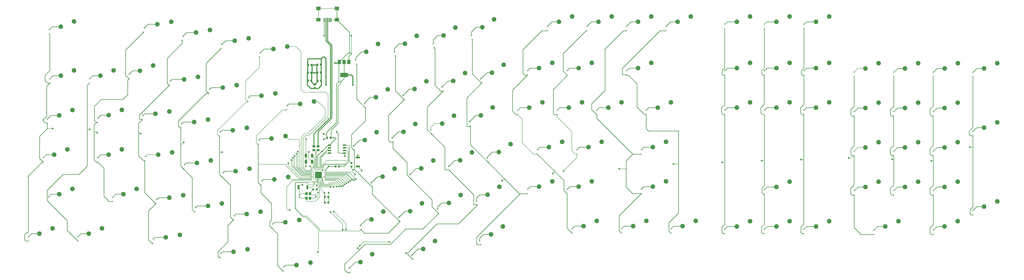
<source format=gbr>
%TF.GenerationSoftware,KiCad,Pcbnew,(6.0.9)*%
%TF.CreationDate,2022-12-16T23:57:13-05:00*%
%TF.ProjectId,rp2040 keeb,72703230-3430-4206-9b65-65622e6b6963,rev?*%
%TF.SameCoordinates,Original*%
%TF.FileFunction,Copper,L2,Bot*%
%TF.FilePolarity,Positive*%
%FSLAX46Y46*%
G04 Gerber Fmt 4.6, Leading zero omitted, Abs format (unit mm)*
G04 Created by KiCad (PCBNEW (6.0.9)) date 2022-12-16 23:57:13*
%MOMM*%
%LPD*%
G01*
G04 APERTURE LIST*
G04 Aperture macros list*
%AMRoundRect*
0 Rectangle with rounded corners*
0 $1 Rounding radius*
0 $2 $3 $4 $5 $6 $7 $8 $9 X,Y pos of 4 corners*
0 Add a 4 corners polygon primitive as box body*
4,1,4,$2,$3,$4,$5,$6,$7,$8,$9,$2,$3,0*
0 Add four circle primitives for the rounded corners*
1,1,$1+$1,$2,$3*
1,1,$1+$1,$4,$5*
1,1,$1+$1,$6,$7*
1,1,$1+$1,$8,$9*
0 Add four rect primitives between the rounded corners*
20,1,$1+$1,$2,$3,$4,$5,0*
20,1,$1+$1,$4,$5,$6,$7,0*
20,1,$1+$1,$6,$7,$8,$9,0*
20,1,$1+$1,$8,$9,$2,$3,0*%
%AMRotRect*
0 Rectangle, with rotation*
0 The origin of the aperture is its center*
0 $1 length*
0 $2 width*
0 $3 Rotation angle, in degrees counterclockwise*
0 Add horizontal line*
21,1,$1,$2,0,0,$3*%
G04 Aperture macros list end*
%TA.AperFunction,ComponentPad*%
%ADD10C,2.200000*%
%TD*%
%TA.AperFunction,SMDPad,CuDef*%
%ADD11R,0.450000X0.600000*%
%TD*%
%TA.AperFunction,SMDPad,CuDef*%
%ADD12RotRect,0.600000X0.450000X78.000000*%
%TD*%
%TA.AperFunction,SMDPad,CuDef*%
%ADD13RoundRect,0.150000X0.650000X0.150000X-0.650000X0.150000X-0.650000X-0.150000X0.650000X-0.150000X0*%
%TD*%
%TA.AperFunction,SMDPad,CuDef*%
%ADD14RoundRect,0.225000X0.225000X0.250000X-0.225000X0.250000X-0.225000X-0.250000X0.225000X-0.250000X0*%
%TD*%
%TA.AperFunction,SMDPad,CuDef*%
%ADD15RotRect,0.600000X0.450000X102.000000*%
%TD*%
%TA.AperFunction,SMDPad,CuDef*%
%ADD16RoundRect,0.140000X0.140000X0.170000X-0.140000X0.170000X-0.140000X-0.170000X0.140000X-0.170000X0*%
%TD*%
%TA.AperFunction,SMDPad,CuDef*%
%ADD17R,1.500000X2.000000*%
%TD*%
%TA.AperFunction,SMDPad,CuDef*%
%ADD18R,3.800000X2.000000*%
%TD*%
%TA.AperFunction,SMDPad,CuDef*%
%ADD19R,1.200000X1.400000*%
%TD*%
%TA.AperFunction,SMDPad,CuDef*%
%ADD20RoundRect,0.250000X0.450000X-0.262500X0.450000X0.262500X-0.450000X0.262500X-0.450000X-0.262500X0*%
%TD*%
%TA.AperFunction,SMDPad,CuDef*%
%ADD21RoundRect,0.250000X0.325000X0.650000X-0.325000X0.650000X-0.325000X-0.650000X0.325000X-0.650000X0*%
%TD*%
%TA.AperFunction,SMDPad,CuDef*%
%ADD22RoundRect,0.225000X0.250000X-0.225000X0.250000X0.225000X-0.250000X0.225000X-0.250000X-0.225000X0*%
%TD*%
%TA.AperFunction,SMDPad,CuDef*%
%ADD23RoundRect,0.200000X-0.200000X-0.275000X0.200000X-0.275000X0.200000X0.275000X-0.200000X0.275000X0*%
%TD*%
%TA.AperFunction,SMDPad,CuDef*%
%ADD24RoundRect,0.225000X-0.225000X-0.250000X0.225000X-0.250000X0.225000X0.250000X-0.225000X0.250000X0*%
%TD*%
%TA.AperFunction,SMDPad,CuDef*%
%ADD25RoundRect,0.225000X0.775000X-0.225000X0.775000X0.225000X-0.775000X0.225000X-0.775000X-0.225000X0*%
%TD*%
%TA.AperFunction,SMDPad,CuDef*%
%ADD26RoundRect,0.231250X0.768750X-0.231250X0.768750X0.231250X-0.768750X0.231250X-0.768750X-0.231250X0*%
%TD*%
%TA.AperFunction,SMDPad,CuDef*%
%ADD27RoundRect,0.140000X0.170000X-0.140000X0.170000X0.140000X-0.170000X0.140000X-0.170000X-0.140000X0*%
%TD*%
%TA.AperFunction,SMDPad,CuDef*%
%ADD28RoundRect,0.050000X0.387500X0.050000X-0.387500X0.050000X-0.387500X-0.050000X0.387500X-0.050000X0*%
%TD*%
%TA.AperFunction,SMDPad,CuDef*%
%ADD29RoundRect,0.050000X0.050000X0.387500X-0.050000X0.387500X-0.050000X-0.387500X0.050000X-0.387500X0*%
%TD*%
%TA.AperFunction,SMDPad,CuDef*%
%ADD30R,3.200000X3.200000*%
%TD*%
%TA.AperFunction,SMDPad,CuDef*%
%ADD31RoundRect,0.200000X0.275000X-0.200000X0.275000X0.200000X-0.275000X0.200000X-0.275000X-0.200000X0*%
%TD*%
%TA.AperFunction,SMDPad,CuDef*%
%ADD32R,0.500000X2.000000*%
%TD*%
%TA.AperFunction,SMDPad,CuDef*%
%ADD33R,2.000000X1.700000*%
%TD*%
%TA.AperFunction,SMDPad,CuDef*%
%ADD34RoundRect,0.225000X0.225000X0.775000X-0.225000X0.775000X-0.225000X-0.775000X0.225000X-0.775000X0*%
%TD*%
%TA.AperFunction,SMDPad,CuDef*%
%ADD35RoundRect,0.231250X0.231250X0.768750X-0.231250X0.768750X-0.231250X-0.768750X0.231250X-0.768750X0*%
%TD*%
%TA.AperFunction,ViaPad*%
%ADD36C,0.800000*%
%TD*%
%TA.AperFunction,Conductor*%
%ADD37C,0.250000*%
%TD*%
%TA.AperFunction,Conductor*%
%ADD38C,0.150000*%
%TD*%
%TA.AperFunction,Conductor*%
%ADD39C,0.500000*%
%TD*%
%TA.AperFunction,Conductor*%
%ADD40C,0.300000*%
%TD*%
%TA.AperFunction,Conductor*%
%ADD41C,0.400000*%
%TD*%
G04 APERTURE END LIST*
D10*
%TO.P,SW103,1,1*%
%TO.N,row 1*%
X507210000Y-118378750D03*
%TO.P,SW103,2,2*%
%TO.N,Net-(D103-Pad2)*%
X500860000Y-120918750D03*
%TD*%
%TO.P,SW16,1,1*%
%TO.N,row 0*%
X147013333Y-102430170D03*
%TO.P,SW16,2,2*%
%TO.N,Net-(D16-Pad2)*%
X140274000Y-103594426D03*
%TD*%
%TO.P,SW14,1,1*%
%TO.N,row 3*%
X104561319Y-160027499D03*
%TO.P,SW14,2,2*%
%TO.N,Net-(D14-Pad2)*%
X98211319Y-162567499D03*
%TD*%
%TO.P,SW12,1,1*%
%TO.N,row 1*%
X119642568Y-119546249D03*
%TO.P,SW12,2,2*%
%TO.N,Net-(D12-Pad2)*%
X113292568Y-122086249D03*
%TD*%
%TO.P,SW64,1,1*%
%TO.N,row 3*%
X316616250Y-156378750D03*
%TO.P,SW64,2,2*%
%TO.N,Net-(D64-Pad2)*%
X310266250Y-158918750D03*
%TD*%
%TO.P,SW99,1,1*%
%TO.N,row 2*%
X488060000Y-137428750D03*
%TO.P,SW99,2,2*%
%TO.N,Net-(D99-Pad2)*%
X481710000Y-139968750D03*
%TD*%
%TO.P,SW9,1,1*%
%TO.N,row 4*%
X80748819Y-179077499D03*
%TO.P,SW9,2,2*%
%TO.N,Net-(D9-Pad2)*%
X74398819Y-181617499D03*
%TD*%
%TO.P,SW51,1,1*%
%TO.N,row 2*%
X264502259Y-143750799D03*
%TO.P,SW51,2,2*%
%TO.N,Net-(D51-Pad2)*%
X258819117Y-147555533D03*
%TD*%
%TO.P,SW3,1,1*%
%TO.N,row 0*%
X81542568Y-98282499D03*
%TO.P,SW3,2,2*%
%TO.N,Net-(D3-Pad2)*%
X75192568Y-100822499D03*
%TD*%
%TO.P,SW71,1,1*%
%TO.N,row 0*%
X359478750Y-95873653D03*
%TO.P,SW71,2,2*%
%TO.N,Net-(D71-Pad2)*%
X353128750Y-98413653D03*
%TD*%
%TO.P,SW17,1,1*%
%TO.N,row 1*%
X141247046Y-125020889D03*
%TO.P,SW17,2,2*%
%TO.N,Net-(D17-Pad2)*%
X134507713Y-126185145D03*
%TD*%
%TO.P,SW100,1,1*%
%TO.N,row 3*%
X488060000Y-156478750D03*
%TO.P,SW100,2,2*%
%TO.N,Net-(D100-Pad2)*%
X481710000Y-159018750D03*
%TD*%
%TO.P,SW97,1,1*%
%TO.N,row 5*%
X478535000Y-194578750D03*
%TO.P,SW97,2,2*%
%TO.N,Net-(D97-Pad2)*%
X472185000Y-197118750D03*
%TD*%
%TO.P,SW95,1,1*%
%TO.N,row 3*%
X469010000Y-156478750D03*
%TO.P,SW95,2,2*%
%TO.N,Net-(D95-Pad2)*%
X462660000Y-159018750D03*
%TD*%
%TO.P,SW110,1,1*%
%TO.N,row 5*%
X230497843Y-189929837D03*
%TO.P,SW110,2,2*%
%TO.N,Net-(D110-Pad2)*%
X224814701Y-193734571D03*
%TD*%
%TO.P,SW59,1,1*%
%TO.N,row 4*%
X311853750Y-175428750D03*
%TO.P,SW59,2,2*%
%TO.N,Net-(D59-Pad2)*%
X305503750Y-177968750D03*
%TD*%
%TO.P,SW11,1,1*%
%TO.N,row 0*%
X128405799Y-98447789D03*
%TO.P,SW11,2,2*%
%TO.N,Net-(D11-Pad2)*%
X121666466Y-99612045D03*
%TD*%
%TO.P,SW40,1,1*%
%TO.N,row 2*%
X227234836Y-151672234D03*
%TO.P,SW40,2,2*%
%TO.N,Net-(D40-Pad2)*%
X221551694Y-155476968D03*
%TD*%
%TO.P,SW105,1,1*%
%TO.N,row 4*%
X507110000Y-175528750D03*
%TO.P,SW105,2,2*%
%TO.N,Net-(D105-Pad2)*%
X500760000Y-178068750D03*
%TD*%
%TO.P,SW4,1,1*%
%TO.N,row 1*%
X81542568Y-121927499D03*
%TO.P,SW4,2,2*%
%TO.N,Net-(D4-Pad2)*%
X75192568Y-124467499D03*
%TD*%
%TO.P,SW33,1,1*%
%TO.N,row 1*%
X197148181Y-136903041D03*
%TO.P,SW33,2,2*%
%TO.N,Net-(D33-Pad2)*%
X190408848Y-138067297D03*
%TD*%
%TO.P,SW47,1,1*%
%TO.N,row 4*%
X267765266Y-182008402D03*
%TO.P,SW47,2,2*%
%TO.N,Net-(D47-Pad2)*%
X262082124Y-185813136D03*
%TD*%
%TO.P,SW84,1,1*%
%TO.N,row 0*%
X426153750Y-95873653D03*
%TO.P,SW84,2,2*%
%TO.N,Net-(D84-Pad2)*%
X419803750Y-98413653D03*
%TD*%
%TO.P,SW8,1,1*%
%TO.N,row 1*%
X100592568Y-121927499D03*
%TO.P,SW8,2,2*%
%TO.N,Net-(D8-Pad2)*%
X94242568Y-124467499D03*
%TD*%
%TO.P,SW102,1,1*%
%TO.N,row 2*%
X507110000Y-137428750D03*
%TO.P,SW102,2,2*%
%TO.N,Net-(D102-Pad2)*%
X500760000Y-139968750D03*
%TD*%
%TO.P,SW34,1,1*%
%TO.N,row 2*%
X183368984Y-153545317D03*
%TO.P,SW34,2,2*%
%TO.N,Net-(D34-Pad2)*%
X176629651Y-154709573D03*
%TD*%
%TO.P,SW93,1,1*%
%TO.N,row 1*%
X469010000Y-118378750D03*
%TO.P,SW93,2,2*%
%TO.N,Net-(D93-Pad2)*%
X462660000Y-120918750D03*
%TD*%
%TO.P,SW10,1,1*%
%TO.N,row 5*%
X95036319Y-198127499D03*
%TO.P,SW10,2,2*%
%TO.N,Net-(D10-Pad2)*%
X88686319Y-200667499D03*
%TD*%
%TO.P,SW31,1,1*%
%TO.N,row 4*%
X171404427Y-190019294D03*
%TO.P,SW31,2,2*%
%TO.N,Net-(D31-Pad2)*%
X164665094Y-191183550D03*
%TD*%
%TO.P,SW96,1,1*%
%TO.N,row 4*%
X469010000Y-175528750D03*
%TO.P,SW96,2,2*%
%TO.N,Net-(D96-Pad2)*%
X462660000Y-178068750D03*
%TD*%
%TO.P,SW15,1,1*%
%TO.N,row 4*%
X111705069Y-179077499D03*
%TO.P,SW15,2,2*%
%TO.N,Net-(D15-Pad2)*%
X105355069Y-181617499D03*
%TD*%
%TO.P,SW101,1,1*%
%TO.N,row 4*%
X488060000Y-175528750D03*
%TO.P,SW101,2,2*%
%TO.N,Net-(D101-Pad2)*%
X481710000Y-178068750D03*
%TD*%
%TO.P,SW13,1,1*%
%TO.N,row 2*%
X104561319Y-140977499D03*
%TO.P,SW13,2,2*%
%TO.N,Net-(D13-Pad2)*%
X98211319Y-143517499D03*
%TD*%
%TO.P,SW81,1,1*%
%TO.N,row 1*%
X407103750Y-118278750D03*
%TO.P,SW81,2,2*%
%TO.N,Net-(D81-Pad2)*%
X400753750Y-120818750D03*
%TD*%
%TO.P,SW104,1,1*%
%TO.N,row 3*%
X507110000Y-156478750D03*
%TO.P,SW104,2,2*%
%TO.N,Net-(D104-Pad2)*%
X500760000Y-159018750D03*
%TD*%
%TO.P,SW20,1,1*%
%TO.N,row 4*%
X134137006Y-182097855D03*
%TO.P,SW20,2,2*%
%TO.N,Net-(D20-Pad2)*%
X127397673Y-183262111D03*
%TD*%
%TO.P,SW78,1,1*%
%TO.N,row 2*%
X369003750Y-137328750D03*
%TO.P,SW78,2,2*%
%TO.N,Net-(D78-Pad2)*%
X362653750Y-139868750D03*
%TD*%
%TO.P,SW85,1,1*%
%TO.N,row 1*%
X426153750Y-118278750D03*
%TO.P,SW85,2,2*%
%TO.N,Net-(D85-Pad2)*%
X419803750Y-120818750D03*
%TD*%
%TO.P,SW92,1,1*%
%TO.N,row 5*%
X445203750Y-194578750D03*
%TO.P,SW92,2,2*%
%TO.N,Net-(D92-Pad2)*%
X438853750Y-197118750D03*
%TD*%
%TO.P,SW28,1,1*%
%TO.N,row 1*%
X178514468Y-132942324D03*
%TO.P,SW28,2,2*%
%TO.N,Net-(D28-Pad2)*%
X171775135Y-134106580D03*
%TD*%
%TO.P,SW76,1,1*%
%TO.N,row 0*%
X378528750Y-95873653D03*
%TO.P,SW76,2,2*%
%TO.N,Net-(D76-Pad2)*%
X372178750Y-98413653D03*
%TD*%
%TO.P,SW37,1,1*%
%TO.N,row 5*%
X195394278Y-214594079D03*
%TO.P,SW37,2,2*%
%TO.N,Net-(D37-Pad2)*%
X188654945Y-215758335D03*
%TD*%
%TO.P,SW46,1,1*%
%TO.N,row 3*%
X254487693Y-165355049D03*
%TO.P,SW46,2,2*%
%TO.N,Net-(D46-Pad2)*%
X248804551Y-169159783D03*
%TD*%
%TO.P,SW58,1,1*%
%TO.N,row 3*%
X291755117Y-157433614D03*
%TO.P,SW58,2,2*%
%TO.N,Net-(D58-Pad2)*%
X286071975Y-161238348D03*
%TD*%
%TO.P,SW41,1,1*%
%TO.N,row 3*%
X235853981Y-169315767D03*
%TO.P,SW41,2,2*%
%TO.N,Net-(D41-Pad2)*%
X230170839Y-173120501D03*
%TD*%
%TO.P,SW5,1,1*%
%TO.N,row 2*%
X80748819Y-140981249D03*
%TO.P,SW5,2,2*%
%TO.N,Net-(D5-Pad2)*%
X74398819Y-143521249D03*
%TD*%
%TO.P,SW75,1,1*%
%TO.N,row 5*%
X357097500Y-194478750D03*
%TO.P,SW75,2,2*%
%TO.N,Net-(D75-Pad2)*%
X350747500Y-197018750D03*
%TD*%
%TO.P,SW98,1,1*%
%TO.N,row 1*%
X488060000Y-118378750D03*
%TO.P,SW98,2,2*%
%TO.N,Net-(D98-Pad2)*%
X481710000Y-120918750D03*
%TD*%
%TO.P,SW49,1,1*%
%TO.N,row 0*%
X265200116Y-101221236D03*
%TO.P,SW49,2,2*%
%TO.N,Net-(D49-Pad2)*%
X259516974Y-105025970D03*
%TD*%
%TO.P,SW42,1,1*%
%TO.N,row 4*%
X249131555Y-185969120D03*
%TO.P,SW42,2,2*%
%TO.N,Net-(D42-Pad2)*%
X243448413Y-189773854D03*
%TD*%
%TO.P,SW62,1,1*%
%TO.N,row 1*%
X311853750Y-118278750D03*
%TO.P,SW62,2,2*%
%TO.N,Net-(D62-Pad2)*%
X305503750Y-120818750D03*
%TD*%
%TO.P,SW108,1,1*%
%TO.N,row 2*%
X526160000Y-146953750D03*
%TO.P,SW108,2,2*%
%TO.N,Net-(D108-Pad2)*%
X519810000Y-149493750D03*
%TD*%
%TO.P,SW86,1,1*%
%TO.N,row 2*%
X426153750Y-137328750D03*
%TO.P,SW86,2,2*%
%TO.N,Net-(D86-Pad2)*%
X419803750Y-139868750D03*
%TD*%
%TO.P,SW26,1,1*%
%TO.N,row 4*%
X152770712Y-186058573D03*
%TO.P,SW26,2,2*%
%TO.N,Net-(D26-Pad2)*%
X146031379Y-187222829D03*
%TD*%
%TO.P,SW30,1,1*%
%TO.N,row 3*%
X166077036Y-169311075D03*
%TO.P,SW30,2,2*%
%TO.N,Net-(D30-Pad2)*%
X159337703Y-170475331D03*
%TD*%
%TO.P,SW22,1,1*%
%TO.N,row 0*%
X165647046Y-106390886D03*
%TO.P,SW22,2,2*%
%TO.N,Net-(D22-Pad2)*%
X158907713Y-107555142D03*
%TD*%
%TO.P,SW60,1,1*%
%TO.N,row 5*%
X288038304Y-197152915D03*
%TO.P,SW60,2,2*%
%TO.N,Net-(D60-Pad2)*%
X282355162Y-200957649D03*
%TD*%
%TO.P,SW48,1,1*%
%TO.N,row 5*%
X225141705Y-210543908D03*
%TO.P,SW48,2,2*%
%TO.N,Net-(D48-Pad2)*%
X219458563Y-214348642D03*
%TD*%
%TO.P,SW7,1,1*%
%TO.N,row 5*%
X71223819Y-198127499D03*
%TO.P,SW7,2,2*%
%TO.N,Net-(D7-Pad2)*%
X64873819Y-200667499D03*
%TD*%
%TO.P,SW63,1,1*%
%TO.N,row 2*%
X307091250Y-137328750D03*
%TO.P,SW63,2,2*%
%TO.N,Net-(D63-Pad2)*%
X300741250Y-139868750D03*
%TD*%
%TO.P,SW55,1,1*%
%TO.N,row 0*%
X283833828Y-97260519D03*
%TO.P,SW55,2,2*%
%TO.N,Net-(D55-Pad2)*%
X278150686Y-101065253D03*
%TD*%
%TO.P,SW61,1,1*%
%TO.N,row 0*%
X321378750Y-95873653D03*
%TO.P,SW61,2,2*%
%TO.N,Net-(D61-Pad2)*%
X315028750Y-98413653D03*
%TD*%
%TO.P,SW24,1,1*%
%TO.N,row 2*%
X146101560Y-145623885D03*
%TO.P,SW24,2,2*%
%TO.N,Net-(D24-Pad2)*%
X139362227Y-146788141D03*
%TD*%
%TO.P,SW6,1,1*%
%TO.N,row 3*%
X78367569Y-160027499D03*
%TO.P,SW6,2,2*%
%TO.N,Net-(D6-Pad2)*%
X72017569Y-162567499D03*
%TD*%
%TO.P,SW66,1,1*%
%TO.N,row 5*%
X333285000Y-194478750D03*
%TO.P,SW66,2,2*%
%TO.N,Net-(D66-Pad2)*%
X326935000Y-197018750D03*
%TD*%
%TO.P,SW94,1,1*%
%TO.N,row 2*%
X469010000Y-137428750D03*
%TO.P,SW94,2,2*%
%TO.N,Net-(D94-Pad2)*%
X462660000Y-139968750D03*
%TD*%
%TO.P,SW36,1,1*%
%TO.N,row 4*%
X190038139Y-193980007D03*
%TO.P,SW36,2,2*%
%TO.N,Net-(D36-Pad2)*%
X183298806Y-195144263D03*
%TD*%
%TO.P,SW50,1,1*%
%TO.N,row 1*%
X269858397Y-123136728D03*
%TO.P,SW50,2,2*%
%TO.N,Net-(D50-Pad2)*%
X264175255Y-126941462D03*
%TD*%
%TO.P,SW80,1,1*%
%TO.N,row 0*%
X407103750Y-95873653D03*
%TO.P,SW80,2,2*%
%TO.N,Net-(D80-Pad2)*%
X400753750Y-98413653D03*
%TD*%
%TO.P,SW109,1,1*%
%TO.N,row 4*%
X526160000Y-185053750D03*
%TO.P,SW109,2,2*%
%TO.N,Net-(D109-Pad2)*%
X519810000Y-187593750D03*
%TD*%
%TO.P,SW29,1,1*%
%TO.N,row 2*%
X164735272Y-149584602D03*
%TO.P,SW29,2,2*%
%TO.N,Net-(D29-Pad2)*%
X157995939Y-150748858D03*
%TD*%
%TO.P,SW88,1,1*%
%TO.N,row 5*%
X426153750Y-194578750D03*
%TO.P,SW88,2,2*%
%TO.N,Net-(D88-Pad2)*%
X419803750Y-197118750D03*
%TD*%
%TO.P,SW44,1,1*%
%TO.N,row 1*%
X251224686Y-127097446D03*
%TO.P,SW44,2,2*%
%TO.N,Net-(D44-Pad2)*%
X245541544Y-130902180D03*
%TD*%
%TO.P,SW82,1,1*%
%TO.N,row 2*%
X407103750Y-137328750D03*
%TO.P,SW82,2,2*%
%TO.N,Net-(D82-Pad2)*%
X400753750Y-139868750D03*
%TD*%
%TO.P,SW72,1,1*%
%TO.N,row 2*%
X345191250Y-137328750D03*
%TO.P,SW72,2,2*%
%TO.N,Net-(D72-Pad2)*%
X338841250Y-139868750D03*
%TD*%
%TO.P,SW32,1,1*%
%TO.N,row 5*%
X165114496Y-208157912D03*
%TO.P,SW32,2,2*%
%TO.N,Net-(D32-Pad2)*%
X158375163Y-209322168D03*
%TD*%
%TO.P,SW91,1,1*%
%TO.N,row 2*%
X445203750Y-137328750D03*
%TO.P,SW91,2,2*%
%TO.N,Net-(D91-Pad2)*%
X438853750Y-139868750D03*
%TD*%
%TO.P,SW89,1,1*%
%TO.N,row 0*%
X445203750Y-95873653D03*
%TO.P,SW89,2,2*%
%TO.N,Net-(D89-Pad2)*%
X438853750Y-98413653D03*
%TD*%
%TO.P,SW79,1,1*%
%TO.N,row 5*%
X380910000Y-194478750D03*
%TO.P,SW79,2,2*%
%TO.N,Net-(D79-Pad2)*%
X374560000Y-197018750D03*
%TD*%
%TO.P,SW27,1,1*%
%TO.N,row 0*%
X184280756Y-110351605D03*
%TO.P,SW27,2,2*%
%TO.N,Net-(D27-Pad2)*%
X177541423Y-111515861D03*
%TD*%
%TO.P,SW68,1,1*%
%TO.N,row 1*%
X330903750Y-118278750D03*
%TO.P,SW68,2,2*%
%TO.N,Net-(D68-Pad2)*%
X324553750Y-120818750D03*
%TD*%
%TO.P,SW70,1,1*%
%TO.N,row 3*%
X335666250Y-156378750D03*
%TO.P,SW70,2,2*%
%TO.N,Net-(D70-Pad2)*%
X329316250Y-158918750D03*
%TD*%
%TO.P,SW74,1,1*%
%TO.N,row 4*%
X366622500Y-175428750D03*
%TO.P,SW74,2,2*%
%TO.N,Net-(D74-Pad2)*%
X360272500Y-177968750D03*
%TD*%
%TO.P,SW57,1,1*%
%TO.N,row 2*%
X283135971Y-139790081D03*
%TO.P,SW57,2,2*%
%TO.N,Net-(D57-Pad2)*%
X277452829Y-143594815D03*
%TD*%
%TO.P,SW43,1,1*%
%TO.N,row 0*%
X246566404Y-105181954D03*
%TO.P,SW43,2,2*%
%TO.N,Net-(D43-Pad2)*%
X240883262Y-108986688D03*
%TD*%
%TO.P,SW73,1,1*%
%TO.N,row 3*%
X366622500Y-156378750D03*
%TO.P,SW73,2,2*%
%TO.N,Net-(D73-Pad2)*%
X360272500Y-158918750D03*
%TD*%
%TO.P,SW54,1,1*%
%TO.N,row 5*%
X255338304Y-204162915D03*
%TO.P,SW54,2,2*%
%TO.N,Net-(D54-Pad2)*%
X249655162Y-207967649D03*
%TD*%
%TO.P,SW52,1,1*%
%TO.N,row 3*%
X273121405Y-161394331D03*
%TO.P,SW52,2,2*%
%TO.N,Net-(D52-Pad2)*%
X267438263Y-165199065D03*
%TD*%
%TO.P,SW83,1,1*%
%TO.N,row 5*%
X407103750Y-194578750D03*
%TO.P,SW83,2,2*%
%TO.N,Net-(D83-Pad2)*%
X400753750Y-197118750D03*
%TD*%
%TO.P,SW69,1,1*%
%TO.N,row 2*%
X326141250Y-137328750D03*
%TO.P,SW69,2,2*%
%TO.N,Net-(D69-Pad2)*%
X319791250Y-139868750D03*
%TD*%
%TO.P,SW35,1,1*%
%TO.N,row 3*%
X184710751Y-173271793D03*
%TO.P,SW35,2,2*%
%TO.N,Net-(D35-Pad2)*%
X177971418Y-174436049D03*
%TD*%
%TO.P,SW56,1,1*%
%TO.N,row 1*%
X288492109Y-119176011D03*
%TO.P,SW56,2,2*%
%TO.N,Net-(D56-Pad2)*%
X282808967Y-122980745D03*
%TD*%
%TO.P,SW39,1,1*%
%TO.N,row 1*%
X232590974Y-131058164D03*
%TO.P,SW39,2,2*%
%TO.N,Net-(D39-Pad2)*%
X226907832Y-134862898D03*
%TD*%
%TO.P,SW106,1,1*%
%TO.N,row 5*%
X507110000Y-194578750D03*
%TO.P,SW106,2,2*%
%TO.N,Net-(D106-Pad2)*%
X500760000Y-197118750D03*
%TD*%
%TO.P,SW21,1,1*%
%TO.N,row 5*%
X132505501Y-201226657D03*
%TO.P,SW21,2,2*%
%TO.N,Net-(D21-Pad2)*%
X125766168Y-202390913D03*
%TD*%
%TO.P,SW25,1,1*%
%TO.N,row 3*%
X147443324Y-165350355D03*
%TO.P,SW25,2,2*%
%TO.N,Net-(D25-Pad2)*%
X140703991Y-166514611D03*
%TD*%
%TO.P,SW67,1,1*%
%TO.N,row 0*%
X340428750Y-95873653D03*
%TO.P,SW67,2,2*%
%TO.N,Net-(D67-Pad2)*%
X334078750Y-98413653D03*
%TD*%
%TO.P,SW23,1,1*%
%TO.N,row 1*%
X159880756Y-128981605D03*
%TO.P,SW23,2,2*%
%TO.N,Net-(D23-Pad2)*%
X153141423Y-130145861D03*
%TD*%
%TO.P,SW18,1,1*%
%TO.N,row 2*%
X127467849Y-141663163D03*
%TO.P,SW18,2,2*%
%TO.N,Net-(D18-Pad2)*%
X120728516Y-142827419D03*
%TD*%
%TO.P,SW77,1,1*%
%TO.N,row 1*%
X359478750Y-118278750D03*
%TO.P,SW77,2,2*%
%TO.N,Net-(D77-Pad2)*%
X353128750Y-120818750D03*
%TD*%
%TO.P,SW38,1,1*%
%TO.N,row 0*%
X227932692Y-109142672D03*
%TO.P,SW38,2,2*%
%TO.N,Net-(D38-Pad2)*%
X222249550Y-112947406D03*
%TD*%
%TO.P,SW107,1,1*%
%TO.N,row 1*%
X526160000Y-118378750D03*
%TO.P,SW107,2,2*%
%TO.N,Net-(D107-Pad2)*%
X519810000Y-120918750D03*
%TD*%
%TO.P,SW90,1,1*%
%TO.N,row 1*%
X445203750Y-118278750D03*
%TO.P,SW90,2,2*%
%TO.N,Net-(D90-Pad2)*%
X438853750Y-120818750D03*
%TD*%
%TO.P,SW45,1,1*%
%TO.N,row 2*%
X245868547Y-147711517D03*
%TO.P,SW45,2,2*%
%TO.N,Net-(D45-Pad2)*%
X240185405Y-151516251D03*
%TD*%
%TO.P,SW19,1,1*%
%TO.N,row 3*%
X128809613Y-161389637D03*
%TO.P,SW19,2,2*%
%TO.N,Net-(D19-Pad2)*%
X122070280Y-162553893D03*
%TD*%
%TO.P,SW53,1,1*%
%TO.N,row 4*%
X286398977Y-178047684D03*
%TO.P,SW53,2,2*%
%TO.N,Net-(D53-Pad2)*%
X280715835Y-181852418D03*
%TD*%
%TO.P,SW65,1,1*%
%TO.N,row 4*%
X330903750Y-175428750D03*
%TO.P,SW65,2,2*%
%TO.N,Net-(D65-Pad2)*%
X324553750Y-177968750D03*
%TD*%
%TO.P,SW87,1,1*%
%TO.N,row 4*%
X426153750Y-175528750D03*
%TO.P,SW87,2,2*%
%TO.N,Net-(D87-Pad2)*%
X419803750Y-178068750D03*
%TD*%
D11*
%TO.P,D90,1,K*%
%TO.N,col 17*%
X433010000Y-124140000D03*
%TO.P,D90,2,A*%
%TO.N,Net-(D90-Pad2)*%
X433010000Y-122040000D03*
%TD*%
%TO.P,D76,1,K*%
%TO.N,col 14*%
X366592500Y-102718750D03*
%TO.P,D76,2,A*%
%TO.N,Net-(D76-Pad2)*%
X366592500Y-100618750D03*
%TD*%
D12*
%TO.P,D37,1,K*%
%TO.N,col 6*%
X182208965Y-218623278D03*
%TO.P,D37,2,A*%
%TO.N,Net-(D37-Pad2)*%
X182645579Y-216569168D03*
%TD*%
D13*
%TO.P,U2,1,~{CS}*%
%TO.N,QSPI_SS*%
X211730000Y-157925000D03*
%TO.P,U2,2,DO(IO1)*%
%TO.N,QSPI_SD1*%
X211730000Y-159195000D03*
%TO.P,U2,3,IO2*%
%TO.N,QSPI_SD2*%
X211730000Y-160465000D03*
%TO.P,U2,4,GND*%
%TO.N,GND*%
X211730000Y-161735000D03*
%TO.P,U2,5,DI(IO0)*%
%TO.N,QSPI_SD0*%
X204530000Y-161735000D03*
%TO.P,U2,6,CLK*%
%TO.N,QSPI_SCLK*%
X204530000Y-160465000D03*
%TO.P,U2,7,IO3*%
%TO.N,QSPI_SD3*%
X204530000Y-159195000D03*
%TO.P,U2,8,VCC*%
%TO.N,+3V3*%
X204530000Y-157925000D03*
%TD*%
D12*
%TO.P,D24,1,K*%
%TO.N,col 4*%
X132916251Y-149653083D03*
%TO.P,D24,2,A*%
%TO.N,Net-(D24-Pad2)*%
X133352865Y-147598973D03*
%TD*%
%TO.P,D30,1,K*%
%TO.N,col 5*%
X152891727Y-173340271D03*
%TO.P,D30,2,A*%
%TO.N,Net-(D30-Pad2)*%
X153328341Y-171286161D03*
%TD*%
%TO.P,D25,1,K*%
%TO.N,col 4*%
X134258012Y-169379554D03*
%TO.P,D25,2,A*%
%TO.N,Net-(D25-Pad2)*%
X134694626Y-167325444D03*
%TD*%
D14*
%TO.P,C14,1*%
%TO.N,+3V3*%
X200325000Y-122920000D03*
%TO.P,C14,2*%
%TO.N,GND*%
X198775000Y-122920000D03*
%TD*%
D15*
%TO.P,D41,1,K*%
%TO.N,col 7*%
X225140583Y-178158914D03*
%TO.P,D41,2,A*%
%TO.N,Net-(D41-Pad2)*%
X224703969Y-176104804D03*
%TD*%
D11*
%TO.P,D81,1,K*%
%TO.N,col 15*%
X394910000Y-124140000D03*
%TO.P,D81,2,A*%
%TO.N,Net-(D81-Pad2)*%
X394910000Y-122040000D03*
%TD*%
D15*
%TO.P,D51,1,K*%
%TO.N,col 9*%
X253788861Y-152593946D03*
%TO.P,D51,2,A*%
%TO.N,Net-(D51-Pad2)*%
X253352247Y-150539836D03*
%TD*%
D12*
%TO.P,D21,1,K*%
%TO.N,col 3*%
X119320188Y-205255856D03*
%TO.P,D21,2,A*%
%TO.N,Net-(D21-Pad2)*%
X119756802Y-203201746D03*
%TD*%
D11*
%TO.P,D89,1,K*%
%TO.N,col 17*%
X433010000Y-101734903D03*
%TO.P,D89,2,A*%
%TO.N,Net-(D89-Pad2)*%
X433010000Y-99634903D03*
%TD*%
D16*
%TO.P,C1,1*%
%TO.N,VBUS*%
X215140000Y-113600000D03*
%TO.P,C1,2*%
%TO.N,GND*%
X214180000Y-113600000D03*
%TD*%
D11*
%TO.P,D13,1,K*%
%TO.N,col 2*%
X92936250Y-147070000D03*
%TO.P,D13,2,A*%
%TO.N,Net-(D13-Pad2)*%
X92936250Y-144970000D03*
%TD*%
D17*
%TO.P,U1,1,GND*%
%TO.N,GND*%
X209270000Y-117800000D03*
D18*
%TO.P,U1,2,VO*%
%TO.N,+3V3*%
X211570000Y-124100000D03*
D17*
X211570000Y-117800000D03*
%TO.P,U1,3,VI*%
%TO.N,VBUS*%
X213870000Y-117800000D03*
%TD*%
D11*
%TO.P,D94,1,K*%
%TO.N,col 18*%
X457205000Y-143920000D03*
%TO.P,D94,2,A*%
%TO.N,Net-(D94-Pad2)*%
X457205000Y-141820000D03*
%TD*%
D16*
%TO.P,C4,1*%
%TO.N,+3V3*%
X210000000Y-127340000D03*
%TO.P,C4,2*%
%TO.N,GND*%
X209040000Y-127340000D03*
%TD*%
D11*
%TO.P,D103,1,K*%
%TO.N,col 20*%
X495305000Y-124890000D03*
%TO.P,D103,2,A*%
%TO.N,Net-(D103-Pad2)*%
X495305000Y-122790000D03*
%TD*%
D15*
%TO.P,D43,1,K*%
%TO.N,col 8*%
X236289013Y-114928029D03*
%TO.P,D43,2,A*%
%TO.N,Net-(D43-Pad2)*%
X235852399Y-112873919D03*
%TD*%
D11*
%TO.P,D65,1,K*%
%TO.N,col 11*%
X318967500Y-181300000D03*
%TO.P,D65,2,A*%
%TO.N,Net-(D65-Pad2)*%
X318967500Y-179200000D03*
%TD*%
%TO.P,D14,1,K*%
%TO.N,col 2*%
X92936250Y-166120000D03*
%TO.P,D14,2,A*%
%TO.N,Net-(D14-Pad2)*%
X92936250Y-164020000D03*
%TD*%
D12*
%TO.P,D36,1,K*%
%TO.N,col 6*%
X176852827Y-198009207D03*
%TO.P,D36,2,A*%
%TO.N,Net-(D36-Pad2)*%
X177289441Y-195955097D03*
%TD*%
D19*
%TO.P,Y1,1,1*%
%TO.N,Net-(C3-Pad2)*%
X195200000Y-181290000D03*
%TO.P,Y1,2,2*%
%TO.N,GND*%
X195200000Y-183490000D03*
%TO.P,Y1,3,3*%
%TO.N,Net-(C2-Pad1)*%
X193500000Y-183490000D03*
%TO.P,Y1,4,4*%
%TO.N,GND*%
X193500000Y-181290000D03*
%TD*%
D11*
%TO.P,D8,1,K*%
%TO.N,col 1*%
X88967499Y-128020000D03*
%TO.P,D8,2,A*%
%TO.N,Net-(D8-Pad2)*%
X88967499Y-125920000D03*
%TD*%
%TO.P,D74,1,K*%
%TO.N,col 13*%
X354686250Y-181300000D03*
%TO.P,D74,2,A*%
%TO.N,Net-(D74-Pad2)*%
X354686250Y-179200000D03*
%TD*%
D20*
%TO.P,R4,1*%
%TO.N,Net-(R4-Pad1)*%
X199070000Y-160352500D03*
%TO.P,R4,2*%
%TO.N,USB_D+*%
X199070000Y-158527500D03*
%TD*%
D11*
%TO.P,D4,1,K*%
%TO.N,col 0*%
X69917499Y-128020000D03*
%TO.P,D4,2,A*%
%TO.N,Net-(D4-Pad2)*%
X69917499Y-125920000D03*
%TD*%
%TO.P,D73,1,K*%
%TO.N,col 13*%
X354686250Y-162250000D03*
%TO.P,D73,2,A*%
%TO.N,Net-(D73-Pad2)*%
X354686250Y-160150000D03*
%TD*%
%TO.P,D92,1,K*%
%TO.N,col 17*%
X432950000Y-200590000D03*
%TO.P,D92,2,A*%
%TO.N,Net-(D92-Pad2)*%
X432950000Y-198490000D03*
%TD*%
D12*
%TO.P,D17,1,K*%
%TO.N,col 3*%
X127434184Y-129098586D03*
%TO.P,D17,2,A*%
%TO.N,Net-(D17-Pad2)*%
X127870798Y-127044476D03*
%TD*%
D11*
%TO.P,D72,1,K*%
%TO.N,col 13*%
X333255000Y-143200000D03*
%TO.P,D72,2,A*%
%TO.N,Net-(D72-Pad2)*%
X333255000Y-141100000D03*
%TD*%
%TO.P,D84,1,K*%
%TO.N,col 16*%
X413960000Y-101734903D03*
%TO.P,D84,2,A*%
%TO.N,Net-(D84-Pad2)*%
X413960000Y-99634903D03*
%TD*%
D15*
%TO.P,D46,1,K*%
%TO.N,col 8*%
X243774295Y-174198196D03*
%TO.P,D46,2,A*%
%TO.N,Net-(D46-Pad2)*%
X243337681Y-172144086D03*
%TD*%
%TO.P,D40,1,K*%
%TO.N,col 7*%
X216521438Y-160515382D03*
%TO.P,D40,2,A*%
%TO.N,Net-(D40-Pad2)*%
X216084824Y-158461272D03*
%TD*%
D11*
%TO.P,D108,1,K*%
%TO.N,col 21*%
X514355000Y-153445000D03*
%TO.P,D108,2,A*%
%TO.N,Net-(D108-Pad2)*%
X514355000Y-151345000D03*
%TD*%
D15*
%TO.P,D57,1,K*%
%TO.N,col 10*%
X272422573Y-148633229D03*
%TO.P,D57,2,A*%
%TO.N,Net-(D57-Pad2)*%
X271985959Y-146579119D03*
%TD*%
D11*
%TO.P,D63,1,K*%
%TO.N,col 11*%
X295155000Y-143200000D03*
%TO.P,D63,2,A*%
%TO.N,Net-(D63-Pad2)*%
X295155000Y-141100000D03*
%TD*%
%TO.P,D98,1,K*%
%TO.N,col 19*%
X476255000Y-124870000D03*
%TO.P,D98,2,A*%
%TO.N,Net-(D98-Pad2)*%
X476255000Y-122770000D03*
%TD*%
D12*
%TO.P,D23,1,K*%
%TO.N,col 4*%
X146406466Y-132957471D03*
%TO.P,D23,2,A*%
%TO.N,Net-(D23-Pad2)*%
X146843080Y-130903361D03*
%TD*%
D11*
%TO.P,D107,1,K*%
%TO.N,col 21*%
X514355000Y-124890000D03*
%TO.P,D107,2,A*%
%TO.N,Net-(D107-Pad2)*%
X514355000Y-122790000D03*
%TD*%
%TO.P,D78,1,K*%
%TO.N,col 14*%
X357067500Y-143200000D03*
%TO.P,D78,2,A*%
%TO.N,Net-(D78-Pad2)*%
X357067500Y-141100000D03*
%TD*%
%TO.P,D59,1,K*%
%TO.N,col 10*%
X299917500Y-181300000D03*
%TO.P,D59,2,A*%
%TO.N,Net-(D59-Pad2)*%
X299917500Y-179200000D03*
%TD*%
D21*
%TO.P,C9,1*%
%TO.N,+3V3*%
X196205000Y-165910000D03*
%TO.P,C9,2*%
%TO.N,GND*%
X193255000Y-165910000D03*
%TD*%
D11*
%TO.P,D12,1,K*%
%TO.N,col 2*%
X108017498Y-125956250D03*
%TO.P,D12,2,A*%
%TO.N,Net-(D12-Pad2)*%
X108017498Y-123856250D03*
%TD*%
%TO.P,D9,1,K*%
%TO.N,col 1*%
X69123750Y-185170000D03*
%TO.P,D9,2,A*%
%TO.N,Net-(D9-Pad2)*%
X69123750Y-183070000D03*
%TD*%
D12*
%TO.P,D16,1,K*%
%TO.N,col 3*%
X133625547Y-107411935D03*
%TO.P,D16,2,A*%
%TO.N,Net-(D16-Pad2)*%
X134062161Y-105357825D03*
%TD*%
D11*
%TO.P,D6,1,K*%
%TO.N,col 0*%
X66742500Y-166120000D03*
%TO.P,D6,2,A*%
%TO.N,Net-(D6-Pad2)*%
X66742500Y-164020000D03*
%TD*%
D22*
%TO.P,C13,1*%
%TO.N,+3V3*%
X197480000Y-130345000D03*
%TO.P,C13,2*%
%TO.N,GND*%
X197480000Y-128795000D03*
%TD*%
D15*
%TO.P,D45,1,K*%
%TO.N,col 8*%
X235155149Y-156554664D03*
%TO.P,D45,2,A*%
%TO.N,Net-(D45-Pad2)*%
X234718535Y-154500554D03*
%TD*%
D11*
%TO.P,D5,1,K*%
%TO.N,col 0*%
X68690000Y-147400000D03*
%TO.P,D5,2,A*%
%TO.N,Net-(D5-Pad2)*%
X68690000Y-145300000D03*
%TD*%
D15*
%TO.P,D60,1,K*%
%TO.N,col 10*%
X277324906Y-205996063D03*
%TO.P,D60,2,A*%
%TO.N,Net-(D60-Pad2)*%
X276888292Y-203941953D03*
%TD*%
D11*
%TO.P,D93,1,K*%
%TO.N,col 18*%
X457205000Y-124870000D03*
%TO.P,D93,2,A*%
%TO.N,Net-(D93-Pad2)*%
X457205000Y-122770000D03*
%TD*%
D23*
%TO.P,R2,1*%
%TO.N,+3V3*%
X207495000Y-168210000D03*
%TO.P,R2,2*%
%TO.N,QSPI_SS*%
X209145000Y-168210000D03*
%TD*%
D24*
%TO.P,C15,1*%
%TO.N,+3V3*%
X194335000Y-119260000D03*
%TO.P,C15,2*%
%TO.N,GND*%
X195885000Y-119260000D03*
%TD*%
D12*
%TO.P,D26,1,K*%
%TO.N,col 4*%
X139585403Y-190087772D03*
%TO.P,D26,2,A*%
%TO.N,Net-(D26-Pad2)*%
X140022017Y-188033662D03*
%TD*%
D11*
%TO.P,D61,1,K*%
%TO.N,col 11*%
X309442500Y-102718750D03*
%TO.P,D61,2,A*%
%TO.N,Net-(D61-Pad2)*%
X309442500Y-100618750D03*
%TD*%
D12*
%TO.P,D32,1,K*%
%TO.N,col 5*%
X151929181Y-212187113D03*
%TO.P,D32,2,A*%
%TO.N,Net-(D32-Pad2)*%
X152365795Y-210133003D03*
%TD*%
D11*
%TO.P,D99,1,K*%
%TO.N,col 19*%
X476255000Y-143920000D03*
%TO.P,D99,2,A*%
%TO.N,Net-(D99-Pad2)*%
X476255000Y-141820000D03*
%TD*%
D15*
%TO.P,D50,1,K*%
%TO.N,col 9*%
X259144999Y-131979876D03*
%TO.P,D50,2,A*%
%TO.N,Net-(D50-Pad2)*%
X258708385Y-129925766D03*
%TD*%
D25*
%TO.P,SW1,1,1*%
%TO.N,GND*%
X218190000Y-163900000D03*
D26*
%TO.P,SW1,2,2*%
%TO.N,Net-(R1-Pad1)*%
X218190000Y-168212500D03*
%TD*%
D15*
%TO.P,D47,1,K*%
%TO.N,col 8*%
X257051868Y-190851550D03*
%TO.P,D47,2,A*%
%TO.N,Net-(D47-Pad2)*%
X256615254Y-188797440D03*
%TD*%
D11*
%TO.P,D102,1,K*%
%TO.N,col 20*%
X495305000Y-143920000D03*
%TO.P,D102,2,A*%
%TO.N,Net-(D102-Pad2)*%
X495305000Y-141820000D03*
%TD*%
%TO.P,D68,1,K*%
%TO.N,col 12*%
X318967500Y-124150000D03*
%TO.P,D68,2,A*%
%TO.N,Net-(D68-Pad2)*%
X318967500Y-122050000D03*
%TD*%
%TO.P,D75,1,K*%
%TO.N,col 13*%
X345161250Y-200350000D03*
%TO.P,D75,2,A*%
%TO.N,Net-(D75-Pad2)*%
X345161250Y-198250000D03*
%TD*%
%TO.P,D69,1,K*%
%TO.N,col 12*%
X314205000Y-143200000D03*
%TO.P,D69,2,A*%
%TO.N,Net-(D69-Pad2)*%
X314205000Y-141100000D03*
%TD*%
D12*
%TO.P,D31,1,K*%
%TO.N,col 5*%
X158219116Y-194048491D03*
%TO.P,D31,2,A*%
%TO.N,Net-(D31-Pad2)*%
X158655730Y-191994381D03*
%TD*%
%TO.P,D34,1,K*%
%TO.N,col 6*%
X170183672Y-157574518D03*
%TO.P,D34,2,A*%
%TO.N,Net-(D34-Pad2)*%
X170620286Y-155520408D03*
%TD*%
D15*
%TO.P,D110,1,K*%
%TO.N,col 7*%
X219784445Y-198772985D03*
%TO.P,D110,2,A*%
%TO.N,Net-(D110-Pad2)*%
X219347831Y-196718875D03*
%TD*%
D11*
%TO.P,D87,1,K*%
%TO.N,col 16*%
X413900000Y-181540000D03*
%TO.P,D87,2,A*%
%TO.N,Net-(D87-Pad2)*%
X413900000Y-179440000D03*
%TD*%
%TO.P,D10,1,K*%
%TO.N,col 1*%
X83411250Y-204220000D03*
%TO.P,D10,2,A*%
%TO.N,Net-(D10-Pad2)*%
X83411250Y-202120000D03*
%TD*%
D12*
%TO.P,D28,1,K*%
%TO.N,col 5*%
X165177119Y-136947297D03*
%TO.P,D28,2,A*%
%TO.N,Net-(D28-Pad2)*%
X165613733Y-134893187D03*
%TD*%
D11*
%TO.P,D88,1,K*%
%TO.N,col 16*%
X413900000Y-200590000D03*
%TO.P,D88,2,A*%
%TO.N,Net-(D88-Pad2)*%
X413900000Y-198490000D03*
%TD*%
%TO.P,D64,1,K*%
%TO.N,col 11*%
X304680000Y-162250000D03*
%TO.P,D64,2,A*%
%TO.N,Net-(D64-Pad2)*%
X304680000Y-160150000D03*
%TD*%
%TO.P,D95,1,K*%
%TO.N,col 18*%
X457205000Y-162970000D03*
%TO.P,D95,2,A*%
%TO.N,Net-(D95-Pad2)*%
X457205000Y-160870000D03*
%TD*%
D12*
%TO.P,D11,1,K*%
%TO.N,col 2*%
X115018012Y-103429554D03*
%TO.P,D11,2,A*%
%TO.N,Net-(D11-Pad2)*%
X115454626Y-101375444D03*
%TD*%
%TO.P,D18,1,K*%
%TO.N,col 3*%
X114282535Y-145692363D03*
%TO.P,D18,2,A*%
%TO.N,Net-(D18-Pad2)*%
X114719149Y-143638253D03*
%TD*%
D15*
%TO.P,D52,1,K*%
%TO.N,col 9*%
X262408007Y-170237479D03*
%TO.P,D52,2,A*%
%TO.N,Net-(D52-Pad2)*%
X261971393Y-168183369D03*
%TD*%
D11*
%TO.P,D85,1,K*%
%TO.N,col 16*%
X413960000Y-124140000D03*
%TO.P,D85,2,A*%
%TO.N,Net-(D85-Pad2)*%
X413960000Y-122040000D03*
%TD*%
D12*
%TO.P,D27,1,K*%
%TO.N,col 5*%
X170892970Y-115333371D03*
%TO.P,D27,2,A*%
%TO.N,Net-(D27-Pad2)*%
X171329584Y-113279261D03*
%TD*%
D27*
%TO.P,C3,1*%
%TO.N,GND*%
X198000000Y-182880000D03*
%TO.P,C3,2*%
%TO.N,Net-(C3-Pad2)*%
X198000000Y-181920000D03*
%TD*%
D12*
%TO.P,D19,1,K*%
%TO.N,col 3*%
X115624301Y-165418836D03*
%TO.P,D19,2,A*%
%TO.N,Net-(D19-Pad2)*%
X116060915Y-163364726D03*
%TD*%
D11*
%TO.P,D71,1,K*%
%TO.N,col 13*%
X347542500Y-102718750D03*
%TO.P,D71,2,A*%
%TO.N,Net-(D71-Pad2)*%
X347542500Y-100618750D03*
%TD*%
D28*
%TO.P,U3,1,IOVDD*%
%TO.N,+3V3*%
X202647500Y-169720000D03*
%TO.P,U3,2,GPIO0*%
%TO.N,unconnected-(U3-Pad2)*%
X202647500Y-170120000D03*
%TO.P,U3,3,GPIO1*%
%TO.N,unconnected-(U3-Pad3)*%
X202647500Y-170520000D03*
%TO.P,U3,4,GPIO2*%
%TO.N,col 21*%
X202647500Y-170920000D03*
%TO.P,U3,5,GPIO3*%
%TO.N,col 20*%
X202647500Y-171320000D03*
%TO.P,U3,6,GPIO4*%
%TO.N,col 19*%
X202647500Y-171720000D03*
%TO.P,U3,7,GPIO5*%
%TO.N,col 18*%
X202647500Y-172120000D03*
%TO.P,U3,8,GPIO6*%
%TO.N,col 17*%
X202647500Y-172520000D03*
%TO.P,U3,9,GPIO7*%
%TO.N,col 16*%
X202647500Y-172920000D03*
%TO.P,U3,10,IOVDD*%
%TO.N,+3V3*%
X202647500Y-173320000D03*
%TO.P,U3,11,GPIO8*%
%TO.N,col 15*%
X202647500Y-173720000D03*
%TO.P,U3,12,GPIO9*%
%TO.N,col 14*%
X202647500Y-174120000D03*
%TO.P,U3,13,GPIO10*%
%TO.N,col 13*%
X202647500Y-174520000D03*
%TO.P,U3,14,GPIO11*%
%TO.N,col 12*%
X202647500Y-174920000D03*
D29*
%TO.P,U3,15,GPIO12*%
%TO.N,col 11*%
X201810000Y-175757500D03*
%TO.P,U3,16,GPIO13*%
%TO.N,col 10*%
X201410000Y-175757500D03*
%TO.P,U3,17,GPIO14*%
%TO.N,col 9*%
X201010000Y-175757500D03*
%TO.P,U3,18,GPIO15*%
%TO.N,col 8*%
X200610000Y-175757500D03*
%TO.P,U3,19,TESTEN*%
%TO.N,GND*%
X200210000Y-175757500D03*
%TO.P,U3,20,XIN*%
%TO.N,Net-(C2-Pad1)*%
X199810000Y-175757500D03*
%TO.P,U3,21,XOUT*%
%TO.N,Net-(R3-Pad2)*%
X199410000Y-175757500D03*
%TO.P,U3,22,IOVDD*%
%TO.N,+3V3*%
X199010000Y-175757500D03*
%TO.P,U3,23,DVDD*%
%TO.N,+1V1*%
X198610000Y-175757500D03*
%TO.P,U3,24,SWCLK*%
%TO.N,unconnected-(U3-Pad24)*%
X198210000Y-175757500D03*
%TO.P,U3,25,SWD*%
%TO.N,unconnected-(U3-Pad25)*%
X197810000Y-175757500D03*
%TO.P,U3,26,RUN*%
%TO.N,Net-(SW2-Pad2)*%
X197410000Y-175757500D03*
%TO.P,U3,27,GPIO16*%
%TO.N,col 7*%
X197010000Y-175757500D03*
%TO.P,U3,28,GPIO17*%
%TO.N,row 5*%
X196610000Y-175757500D03*
D28*
%TO.P,U3,29,GPIO18*%
%TO.N,row 4*%
X195772500Y-174920000D03*
%TO.P,U3,30,GPIO19*%
%TO.N,row 3*%
X195772500Y-174520000D03*
%TO.P,U3,31,GPIO20*%
%TO.N,col 6*%
X195772500Y-174120000D03*
%TO.P,U3,32,GPIO21*%
%TO.N,col 5*%
X195772500Y-173720000D03*
%TO.P,U3,33,IOVDD*%
%TO.N,+3V3*%
X195772500Y-173320000D03*
%TO.P,U3,34,GPIO22*%
%TO.N,col 4*%
X195772500Y-172920000D03*
%TO.P,U3,35,GPIO23*%
%TO.N,col 3*%
X195772500Y-172520000D03*
%TO.P,U3,36,GPIO24*%
%TO.N,col 2*%
X195772500Y-172120000D03*
%TO.P,U3,37,GPIO25*%
%TO.N,col 1*%
X195772500Y-171720000D03*
%TO.P,U3,38,GPIO26_ADC0*%
%TO.N,col 0*%
X195772500Y-171320000D03*
%TO.P,U3,39,GPIO27_ADC1*%
%TO.N,row 2*%
X195772500Y-170920000D03*
%TO.P,U3,40,GPIO28_ADC2*%
%TO.N,row 1*%
X195772500Y-170520000D03*
%TO.P,U3,41,GPIO29_ADC3*%
%TO.N,row 0*%
X195772500Y-170120000D03*
%TO.P,U3,42,IOVDD*%
%TO.N,+3V3*%
X195772500Y-169720000D03*
D29*
%TO.P,U3,43,ADC_AVDD*%
X196610000Y-168882500D03*
%TO.P,U3,44,VREG_IN*%
X197010000Y-168882500D03*
%TO.P,U3,45,VREG_VOUT*%
%TO.N,+1V1*%
X197410000Y-168882500D03*
%TO.P,U3,46,USB_DM*%
%TO.N,Net-(R5-Pad1)*%
X197810000Y-168882500D03*
%TO.P,U3,47,USB_DP*%
%TO.N,Net-(R4-Pad1)*%
X198210000Y-168882500D03*
%TO.P,U3,48,USB_VDD*%
%TO.N,+3V3*%
X198610000Y-168882500D03*
%TO.P,U3,49,IOVDD*%
X199010000Y-168882500D03*
%TO.P,U3,50,DVDD*%
%TO.N,+1V1*%
X199410000Y-168882500D03*
%TO.P,U3,51,QSPI_SD3*%
%TO.N,QSPI_SD3*%
X199810000Y-168882500D03*
%TO.P,U3,52,QSPI_SCLK*%
%TO.N,QSPI_SCLK*%
X200210000Y-168882500D03*
%TO.P,U3,53,QSPI_SD0*%
%TO.N,QSPI_SD0*%
X200610000Y-168882500D03*
%TO.P,U3,54,QSPI_SD2*%
%TO.N,QSPI_SD2*%
X201010000Y-168882500D03*
%TO.P,U3,55,QSPI_SD1*%
%TO.N,QSPI_SD1*%
X201410000Y-168882500D03*
%TO.P,U3,56,QSPI_SS*%
%TO.N,QSPI_SS*%
X201810000Y-168882500D03*
D30*
%TO.P,U3,57,GND*%
%TO.N,GND*%
X199210000Y-172320000D03*
%TD*%
D11*
%TO.P,D86,1,K*%
%TO.N,col 16*%
X413960000Y-143190000D03*
%TO.P,D86,2,A*%
%TO.N,Net-(D86-Pad2)*%
X413960000Y-141090000D03*
%TD*%
%TO.P,D100,1,K*%
%TO.N,col 19*%
X476255000Y-162970000D03*
%TO.P,D100,2,A*%
%TO.N,Net-(D100-Pad2)*%
X476255000Y-160870000D03*
%TD*%
D21*
%TO.P,C8,1*%
%TO.N,+1V1*%
X196205000Y-163070000D03*
%TO.P,C8,2*%
%TO.N,GND*%
X193255000Y-163070000D03*
%TD*%
D14*
%TO.P,C7,1*%
%TO.N,+1V1*%
X203955000Y-185650000D03*
%TO.P,C7,2*%
%TO.N,GND*%
X202405000Y-185650000D03*
%TD*%
D15*
%TO.P,D42,1,K*%
%TO.N,col 7*%
X238418156Y-194812267D03*
%TO.P,D42,2,A*%
%TO.N,Net-(D42-Pad2)*%
X237981542Y-192758157D03*
%TD*%
D31*
%TO.P,R1,1*%
%TO.N,Net-(R1-Pad1)*%
X215190000Y-168255000D03*
%TO.P,R1,2*%
%TO.N,QSPI_SS*%
X215190000Y-166605000D03*
%TD*%
D11*
%TO.P,D109,1,K*%
%TO.N,col 21*%
X514355000Y-191545000D03*
%TO.P,D109,2,A*%
%TO.N,Net-(D109-Pad2)*%
X514355000Y-189445000D03*
%TD*%
%TO.P,D15,1,K*%
%TO.N,col 2*%
X100080000Y-185170000D03*
%TO.P,D15,2,A*%
%TO.N,Net-(D15-Pad2)*%
X100080000Y-183070000D03*
%TD*%
D32*
%TO.P,J1,1,VBUS*%
%TO.N,VBUS*%
X202060000Y-97545000D03*
%TO.P,J1,2,D-*%
%TO.N,USB_D-*%
X202860000Y-97545000D03*
%TO.P,J1,3,D+*%
%TO.N,USB_D+*%
X203660000Y-97545000D03*
%TO.P,J1,4,ID*%
%TO.N,unconnected-(J1-Pad4)*%
X204460000Y-97545000D03*
%TO.P,J1,5,GND*%
%TO.N,GND*%
X205260000Y-97545000D03*
D33*
%TO.P,J1,6,Shield*%
X199210000Y-97445000D03*
X208110000Y-97445000D03*
X199210000Y-91995000D03*
X208110000Y-91995000D03*
%TD*%
D20*
%TO.P,R5,1*%
%TO.N,Net-(R5-Pad1)*%
X197010000Y-160362500D03*
%TO.P,R5,2*%
%TO.N,USB_D-*%
X197010000Y-158537500D03*
%TD*%
D11*
%TO.P,D62,1,K*%
%TO.N,col 11*%
X299917500Y-124150000D03*
%TO.P,D62,2,A*%
%TO.N,Net-(D62-Pad2)*%
X299917500Y-122050000D03*
%TD*%
D14*
%TO.P,C5,1*%
%TO.N,+3V3*%
X205035000Y-154370000D03*
%TO.P,C5,2*%
%TO.N,GND*%
X203485000Y-154370000D03*
%TD*%
D11*
%TO.P,D7,1,K*%
%TO.N,col 0*%
X59598750Y-204220000D03*
%TO.P,D7,2,A*%
%TO.N,Net-(D7-Pad2)*%
X59598750Y-202120000D03*
%TD*%
D15*
%TO.P,D56,1,K*%
%TO.N,col 10*%
X277778711Y-128019158D03*
%TO.P,D56,2,A*%
%TO.N,Net-(D56-Pad2)*%
X277342097Y-125965048D03*
%TD*%
D11*
%TO.P,D104,1,K*%
%TO.N,col 20*%
X495305000Y-162970000D03*
%TO.P,D104,2,A*%
%TO.N,Net-(D104-Pad2)*%
X495305000Y-160870000D03*
%TD*%
D15*
%TO.P,D44,1,K*%
%TO.N,col 8*%
X240511288Y-135940593D03*
%TO.P,D44,2,A*%
%TO.N,Net-(D44-Pad2)*%
X240074674Y-133886483D03*
%TD*%
D23*
%TO.P,R3,1*%
%TO.N,Net-(C3-Pad2)*%
X196715000Y-179280000D03*
%TO.P,R3,2*%
%TO.N,Net-(R3-Pad2)*%
X198365000Y-179280000D03*
%TD*%
D11*
%TO.P,D82,1,K*%
%TO.N,col 15*%
X394910000Y-143190000D03*
%TO.P,D82,2,A*%
%TO.N,Net-(D82-Pad2)*%
X394910000Y-141090000D03*
%TD*%
D34*
%TO.P,SW2,1,1*%
%TO.N,GND*%
X189580000Y-178160000D03*
D35*
%TO.P,SW2,2,2*%
%TO.N,Net-(SW2-Pad2)*%
X193892500Y-178160000D03*
%TD*%
D11*
%TO.P,D105,1,K*%
%TO.N,col 20*%
X495305000Y-182020000D03*
%TO.P,D105,2,A*%
%TO.N,Net-(D105-Pad2)*%
X495305000Y-179920000D03*
%TD*%
D15*
%TO.P,D58,1,K*%
%TO.N,col 10*%
X281041719Y-166276761D03*
%TO.P,D58,2,A*%
%TO.N,Net-(D58-Pad2)*%
X280605105Y-164222651D03*
%TD*%
D11*
%TO.P,D96,1,K*%
%TO.N,col 18*%
X457205000Y-182020000D03*
%TO.P,D96,2,A*%
%TO.N,Net-(D96-Pad2)*%
X457205000Y-179920000D03*
%TD*%
D12*
%TO.P,D29,1,K*%
%TO.N,col 5*%
X151549961Y-153613799D03*
%TO.P,D29,2,A*%
%TO.N,Net-(D29-Pad2)*%
X151986575Y-151559689D03*
%TD*%
D24*
%TO.P,C11,1*%
%TO.N,+3V3*%
X194255000Y-123050000D03*
%TO.P,C11,2*%
%TO.N,GND*%
X195805000Y-123050000D03*
%TD*%
D14*
%TO.P,C12,1*%
%TO.N,+3V3*%
X200415000Y-126860000D03*
%TO.P,C12,2*%
%TO.N,GND*%
X198865000Y-126860000D03*
%TD*%
D11*
%TO.P,D91,1,K*%
%TO.N,col 17*%
X433010000Y-143190000D03*
%TO.P,D91,2,A*%
%TO.N,Net-(D91-Pad2)*%
X433010000Y-141090000D03*
%TD*%
D14*
%TO.P,C6,1*%
%TO.N,+1V1*%
X203955000Y-182970000D03*
%TO.P,C6,2*%
%TO.N,GND*%
X202405000Y-182970000D03*
%TD*%
D12*
%TO.P,D22,1,K*%
%TO.N,col 4*%
X152259258Y-111372653D03*
%TO.P,D22,2,A*%
%TO.N,Net-(D22-Pad2)*%
X152695872Y-109318543D03*
%TD*%
D11*
%TO.P,D79,1,K*%
%TO.N,col 14*%
X368973750Y-200350000D03*
%TO.P,D79,2,A*%
%TO.N,Net-(D79-Pad2)*%
X368973750Y-198250000D03*
%TD*%
D15*
%TO.P,D38,1,K*%
%TO.N,col 7*%
X217655301Y-118888746D03*
%TO.P,D38,2,A*%
%TO.N,Net-(D38-Pad2)*%
X217218687Y-116834636D03*
%TD*%
D24*
%TO.P,C10,1*%
%TO.N,+3V3*%
X194215000Y-126790000D03*
%TO.P,C10,2*%
%TO.N,GND*%
X195765000Y-126790000D03*
%TD*%
D15*
%TO.P,D55,1,K*%
%TO.N,col 10*%
X273322904Y-107056232D03*
%TO.P,D55,2,A*%
%TO.N,Net-(D55-Pad2)*%
X272886290Y-105002122D03*
%TD*%
D12*
%TO.P,D20,1,K*%
%TO.N,col 3*%
X120951693Y-186127055D03*
%TO.P,D20,2,A*%
%TO.N,Net-(D20-Pad2)*%
X121388307Y-184072945D03*
%TD*%
D11*
%TO.P,D80,1,K*%
%TO.N,col 15*%
X394910000Y-101734903D03*
%TO.P,D80,2,A*%
%TO.N,Net-(D80-Pad2)*%
X394910000Y-99634903D03*
%TD*%
D14*
%TO.P,C16,1*%
%TO.N,+3V3*%
X200325000Y-119080000D03*
%TO.P,C16,2*%
%TO.N,GND*%
X198775000Y-119080000D03*
%TD*%
D11*
%TO.P,D83,1,K*%
%TO.N,col 15*%
X394850000Y-200590000D03*
%TO.P,D83,2,A*%
%TO.N,Net-(D83-Pad2)*%
X394850000Y-198490000D03*
%TD*%
%TO.P,D77,1,K*%
%TO.N,col 14*%
X347542500Y-124150000D03*
%TO.P,D77,2,A*%
%TO.N,Net-(D77-Pad2)*%
X347542500Y-122050000D03*
%TD*%
%TO.P,D106,1,K*%
%TO.N,col 20*%
X495305000Y-201070000D03*
%TO.P,D106,2,A*%
%TO.N,Net-(D106-Pad2)*%
X495305000Y-198970000D03*
%TD*%
%TO.P,D101,1,K*%
%TO.N,col 19*%
X476255000Y-182020000D03*
%TO.P,D101,2,A*%
%TO.N,Net-(D101-Pad2)*%
X476255000Y-179920000D03*
%TD*%
%TO.P,D70,1,K*%
%TO.N,col 12*%
X323730000Y-162250000D03*
%TO.P,D70,2,A*%
%TO.N,Net-(D70-Pad2)*%
X323730000Y-160150000D03*
%TD*%
D15*
%TO.P,D54,1,K*%
%TO.N,col 9*%
X244624906Y-213006063D03*
%TO.P,D54,2,A*%
%TO.N,Net-(D54-Pad2)*%
X244188292Y-210951953D03*
%TD*%
%TO.P,D53,1,K*%
%TO.N,col 9*%
X275685579Y-186890832D03*
%TO.P,D53,2,A*%
%TO.N,Net-(D53-Pad2)*%
X275248965Y-184836722D03*
%TD*%
%TO.P,D39,1,K*%
%TO.N,col 7*%
X221877576Y-139901311D03*
%TO.P,D39,2,A*%
%TO.N,Net-(D39-Pad2)*%
X221440962Y-137847201D03*
%TD*%
D12*
%TO.P,D33,1,K*%
%TO.N,col 6*%
X183810831Y-140908014D03*
%TO.P,D33,2,A*%
%TO.N,Net-(D33-Pad2)*%
X184247445Y-138853904D03*
%TD*%
D11*
%TO.P,D67,1,K*%
%TO.N,col 12*%
X328492500Y-102718750D03*
%TO.P,D67,2,A*%
%TO.N,Net-(D67-Pad2)*%
X328492500Y-100618750D03*
%TD*%
D27*
%TO.P,C2,1*%
%TO.N,Net-(C2-Pad1)*%
X190130000Y-182920000D03*
%TO.P,C2,2*%
%TO.N,GND*%
X190130000Y-181960000D03*
%TD*%
D11*
%TO.P,D97,1,K*%
%TO.N,col 18*%
X466730000Y-201070000D03*
%TO.P,D97,2,A*%
%TO.N,Net-(D97-Pad2)*%
X466730000Y-198970000D03*
%TD*%
D15*
%TO.P,D49,1,K*%
%TO.N,col 9*%
X254922725Y-110967311D03*
%TO.P,D49,2,A*%
%TO.N,Net-(D49-Pad2)*%
X254486111Y-108913201D03*
%TD*%
D12*
%TO.P,D35,1,K*%
%TO.N,col 6*%
X171525437Y-177300989D03*
%TO.P,D35,2,A*%
%TO.N,Net-(D35-Pad2)*%
X171962051Y-175246879D03*
%TD*%
D11*
%TO.P,D66,1,K*%
%TO.N,col 11*%
X321348750Y-200350000D03*
%TO.P,D66,2,A*%
%TO.N,Net-(D66-Pad2)*%
X321348750Y-198250000D03*
%TD*%
%TO.P,D3,1,K*%
%TO.N,col 0*%
X69605000Y-104375000D03*
%TO.P,D3,2,A*%
%TO.N,Net-(D3-Pad2)*%
X69605000Y-102275000D03*
%TD*%
D15*
%TO.P,D48,1,K*%
%TO.N,col 8*%
X214428307Y-219387055D03*
%TO.P,D48,2,A*%
%TO.N,Net-(D48-Pad2)*%
X213991693Y-217332945D03*
%TD*%
D36*
%TO.N,VBUS*%
X202050500Y-105150000D03*
X215040000Y-105150000D03*
%TO.N,GND*%
X199040000Y-180770000D03*
X208040000Y-151540000D03*
X201710000Y-152470000D03*
X198110000Y-173370000D03*
X197360000Y-123050000D03*
X193150000Y-168240000D03*
X202090000Y-180860000D03*
X211900000Y-163150000D03*
X198070000Y-171200000D03*
X191540000Y-177090000D03*
X201740000Y-155000000D03*
X218230000Y-162890000D03*
X200290000Y-171170000D03*
X193270000Y-155020000D03*
X200280000Y-173360000D03*
X207080000Y-118320000D03*
%TO.N,+3V3*%
X198927826Y-174778291D03*
X201095500Y-174710000D03*
X202910000Y-128930000D03*
X194620000Y-161190000D03*
X204166250Y-168176250D03*
X215860000Y-128900000D03*
X195240000Y-168120000D03*
X200990000Y-160900000D03*
%TO.N,+1V1*%
X204170000Y-180870000D03*
X201240000Y-170040000D03*
X198460000Y-177320000D03*
%TO.N,col 0*%
X71180000Y-149890000D03*
X189300000Y-161110000D03*
%TO.N,col 1*%
X188625500Y-162140000D03*
X89100000Y-150360000D03*
%TO.N,col 2*%
X187730000Y-163100000D03*
X92730000Y-151930000D03*
%TO.N,col 3*%
X113670000Y-152430000D03*
X186990000Y-164010000D03*
%TO.N,col 4*%
X186260000Y-165180000D03*
X134340000Y-156610000D03*
%TO.N,col 5*%
X184770000Y-166700000D03*
X152880000Y-161360000D03*
%TO.N,col 8*%
X210910000Y-198715500D03*
X205040000Y-190130000D03*
X218080000Y-207530000D03*
X205050000Y-178120000D03*
%TO.N,col 9*%
X212510000Y-198670000D03*
X219160000Y-206440000D03*
X206440000Y-178000000D03*
X233350000Y-204590000D03*
X206630000Y-189950000D03*
X241440000Y-209970000D03*
%TO.N,col 10*%
X207930000Y-177970000D03*
X287700000Y-175080000D03*
%TO.N,col 11*%
X312090000Y-171670000D03*
X209130000Y-177890000D03*
%TO.N,col 12*%
X210130000Y-177800000D03*
X317270000Y-170410000D03*
%TO.N,col 13*%
X344120000Y-169410000D03*
X211077064Y-177480508D03*
%TO.N,col 14*%
X370180000Y-166990000D03*
X211868619Y-176870225D03*
%TO.N,col 15*%
X393630000Y-166210000D03*
X212731471Y-176365754D03*
%TO.N,col 16*%
X412710000Y-165420000D03*
X213720000Y-175800000D03*
%TO.N,col 17*%
X431550000Y-164900000D03*
X214560000Y-175240000D03*
%TO.N,col 18*%
X454610000Y-164150000D03*
X215395001Y-174690657D03*
%TO.N,col 19*%
X216400000Y-174770000D03*
X475500000Y-164710000D03*
%TO.N,col 20*%
X217291713Y-174318500D03*
X494420000Y-165520000D03*
%TO.N,col 21*%
X512960000Y-158920000D03*
X216810000Y-172100000D03*
%TO.N,Net-(R1-Pad1)*%
X215910337Y-169928943D03*
X220050000Y-170270000D03*
%TO.N,row 5*%
X198920000Y-209610000D03*
%TO.N,row 4*%
X185330000Y-189180000D03*
%TD*%
D37*
%TO.N,VBUS*%
X213870000Y-115140000D02*
X215090000Y-113920000D01*
D38*
X215140000Y-105250000D02*
X215040000Y-105150000D01*
D37*
X213870000Y-117800000D02*
X213870000Y-115140000D01*
D38*
X202060000Y-105140500D02*
X202050500Y-105150000D01*
X215140000Y-113600000D02*
X215140000Y-105250000D01*
D37*
X202060000Y-97545000D02*
X202060000Y-105140500D01*
D38*
%TO.N,GND*%
X208010000Y-97545000D02*
X208110000Y-97445000D01*
D39*
X196160000Y-119260000D02*
X196160000Y-122970000D01*
D37*
X202090000Y-180860000D02*
X202090000Y-182930000D01*
D39*
X198320000Y-119260000D02*
X198500000Y-119080000D01*
D38*
X197390000Y-183490000D02*
X198000000Y-182880000D01*
X193150000Y-166015000D02*
X193255000Y-165910000D01*
X199210000Y-91995000D02*
X208110000Y-91995000D01*
D39*
X197360000Y-123050000D02*
X198370000Y-123050000D01*
D38*
X200210000Y-175757500D02*
X200210000Y-175000000D01*
D39*
X207080000Y-118320000D02*
X208750000Y-118320000D01*
D37*
X208980000Y-161770000D02*
X208730000Y-161520000D01*
X209270000Y-117800000D02*
X213470000Y-113600000D01*
D38*
X189580000Y-178160000D02*
X190650000Y-177090000D01*
X200210000Y-178980000D02*
X202090000Y-180860000D01*
D37*
X203210000Y-151700000D02*
X207910000Y-147000000D01*
D38*
X198000000Y-182880000D02*
X198740000Y-182880000D01*
X205260000Y-97545000D02*
X208010000Y-97545000D01*
D37*
X213470000Y-113600000D02*
X214180000Y-113600000D01*
D38*
X211900000Y-163150000D02*
X211900000Y-161905000D01*
X218190000Y-163900000D02*
X218190000Y-162930000D01*
D37*
X207910000Y-147000000D02*
X207910000Y-128480000D01*
D38*
X199060000Y-182560000D02*
X199060000Y-180790000D01*
X189580000Y-178160000D02*
X190130000Y-178710000D01*
D39*
X196160000Y-119260000D02*
X198320000Y-119260000D01*
D38*
X190800000Y-181290000D02*
X190130000Y-181960000D01*
D37*
X203210000Y-152850000D02*
X203210000Y-151700000D01*
D39*
X198590000Y-126860000D02*
X198590000Y-127740000D01*
D38*
X200210000Y-175757500D02*
X200210000Y-178980000D01*
D37*
X201740000Y-155000000D02*
X202580000Y-155000000D01*
X208730000Y-152230000D02*
X208040000Y-151540000D01*
D38*
X193500000Y-181290000D02*
X190800000Y-181290000D01*
D37*
X214180000Y-110290000D02*
X214180000Y-113600000D01*
X208110000Y-97445000D02*
X208110000Y-91995000D01*
D38*
X198740000Y-182880000D02*
X199060000Y-182560000D01*
X199210000Y-174000000D02*
X199210000Y-172320000D01*
X193255000Y-155035000D02*
X193270000Y-155020000D01*
D39*
X196160000Y-122970000D02*
X196080000Y-123050000D01*
D37*
X202580000Y-155000000D02*
X203210000Y-154370000D01*
D38*
X193255000Y-163070000D02*
X193255000Y-165910000D01*
D39*
X196040000Y-123090000D02*
X196080000Y-123050000D01*
X197000000Y-128520000D02*
X196040000Y-127560000D01*
X196080000Y-123050000D02*
X197360000Y-123050000D01*
D37*
X203210000Y-154370000D02*
X203210000Y-152850000D01*
D38*
X211730000Y-161735000D02*
X211598959Y-161735000D01*
D39*
X196040000Y-126790000D02*
X196040000Y-123090000D01*
X196040000Y-127560000D02*
X196040000Y-126790000D01*
X198590000Y-126860000D02*
X198590000Y-123010000D01*
D38*
X199210000Y-97445000D02*
X199210000Y-91995000D01*
X211900000Y-161905000D02*
X211730000Y-161735000D01*
D39*
X197810000Y-128520000D02*
X197480000Y-128520000D01*
D37*
X202130000Y-185650000D02*
X202130000Y-182970000D01*
D38*
X202090000Y-152850000D02*
X203210000Y-152850000D01*
X218190000Y-162930000D02*
X218230000Y-162890000D01*
D39*
X198370000Y-123050000D02*
X198500000Y-122920000D01*
X198500000Y-119080000D02*
X198500000Y-122920000D01*
D37*
X202090000Y-182930000D02*
X202130000Y-182970000D01*
D39*
X198590000Y-123010000D02*
X198500000Y-122920000D01*
D37*
X207910000Y-128480000D02*
X209040000Y-127350000D01*
D38*
X200210000Y-175000000D02*
X199210000Y-174000000D01*
D37*
X209040000Y-118030000D02*
X209270000Y-117800000D01*
D38*
X190650000Y-177090000D02*
X191540000Y-177090000D01*
D39*
X197480000Y-128520000D02*
X197000000Y-128520000D01*
D38*
X201710000Y-152470000D02*
X202090000Y-152850000D01*
X190130000Y-178710000D02*
X190130000Y-181960000D01*
D37*
X211598959Y-161735000D02*
X211563959Y-161770000D01*
D38*
X199060000Y-180790000D02*
X199040000Y-180770000D01*
D37*
X208110000Y-97445000D02*
X214180000Y-103515000D01*
D38*
X193255000Y-163070000D02*
X193255000Y-155035000D01*
D37*
X211563959Y-161770000D02*
X208980000Y-161770000D01*
X208730000Y-161520000D02*
X208730000Y-152340000D01*
D38*
X195200000Y-183490000D02*
X197390000Y-183490000D01*
D39*
X208750000Y-118320000D02*
X209270000Y-117800000D01*
D38*
X208730000Y-152340000D02*
X208730000Y-152230000D01*
X193150000Y-168240000D02*
X193150000Y-166015000D01*
D39*
X198590000Y-127740000D02*
X197810000Y-128520000D01*
D37*
X214180000Y-110290000D02*
X214180000Y-103515000D01*
X209040000Y-127350000D02*
X209040000Y-118030000D01*
D38*
%TO.N,Net-(C2-Pad1)*%
X199810000Y-175757500D02*
X199810000Y-183020000D01*
X193500000Y-184670000D02*
X193500000Y-183490000D01*
X190130000Y-182920000D02*
X190700000Y-183490000D01*
X197790000Y-185040000D02*
X193870000Y-185040000D01*
X190700000Y-183490000D02*
X193500000Y-183490000D01*
X199810000Y-183020000D02*
X197790000Y-185040000D01*
X193870000Y-185040000D02*
X193500000Y-184670000D01*
%TO.N,Net-(C3-Pad2)*%
X195830000Y-181920000D02*
X198000000Y-181920000D01*
X195200000Y-180795000D02*
X196715000Y-179280000D01*
X195200000Y-181290000D02*
X195830000Y-181920000D01*
X195200000Y-181290000D02*
X195200000Y-180795000D01*
D39*
%TO.N,+3V3*%
X200600000Y-119080000D02*
X200600000Y-122920000D01*
D38*
X204530000Y-157925000D02*
X204398959Y-157925000D01*
X195772500Y-169177500D02*
X196067500Y-168882500D01*
X196067500Y-168882500D02*
X196610000Y-168882500D01*
D39*
X202910000Y-116230000D02*
X202130000Y-115450000D01*
X197480000Y-130620000D02*
X199220000Y-130620000D01*
D40*
X200990000Y-160900000D02*
X198610000Y-163280000D01*
X207752500Y-154702500D02*
X204530000Y-157925000D01*
D38*
X195240000Y-168120000D02*
X196002500Y-168882500D01*
D39*
X200600000Y-116280000D02*
X200600000Y-119080000D01*
D38*
X201095500Y-173764500D02*
X201095500Y-174710000D01*
D37*
X208670000Y-147340000D02*
X205310000Y-150700000D01*
D38*
X202647500Y-173320000D02*
X201540000Y-173320000D01*
X201320000Y-173540000D02*
X201095500Y-173764500D01*
D39*
X215530000Y-124540000D02*
X215860000Y-124870000D01*
X194060000Y-116570000D02*
X194350000Y-116280000D01*
D37*
X211570000Y-124100000D02*
X211570000Y-125770000D01*
X210000000Y-127340000D02*
X210000000Y-128130000D01*
D39*
X193940000Y-126790000D02*
X193940000Y-123090000D01*
D38*
X196610000Y-168440000D02*
X196610000Y-168882500D01*
X201540000Y-173320000D02*
X201320000Y-173540000D01*
D39*
X194060000Y-119260000D02*
X194060000Y-116570000D01*
D40*
X203965000Y-157925000D02*
X200990000Y-160900000D01*
D39*
X194060000Y-122970000D02*
X193980000Y-123050000D01*
X197480000Y-130620000D02*
X195570000Y-130620000D01*
D38*
X198570000Y-163753959D02*
X198570000Y-168290000D01*
D37*
X211570000Y-117800000D02*
X211570000Y-124100000D01*
D39*
X195570000Y-130620000D02*
X193940000Y-128990000D01*
D37*
X204166250Y-168176250D02*
X202647500Y-169695000D01*
D38*
X197010000Y-168040000D02*
X197010000Y-166715000D01*
D39*
X202910000Y-128930000D02*
X202910000Y-116230000D01*
D37*
X204182500Y-168160000D02*
X204166250Y-168176250D01*
D39*
X193940000Y-123090000D02*
X193980000Y-123050000D01*
D37*
X207495000Y-168210000D02*
X207445000Y-168160000D01*
D39*
X215860000Y-124870000D02*
X215860000Y-128900000D01*
D40*
X204398959Y-157925000D02*
X203965000Y-157925000D01*
D38*
X197010000Y-168040000D02*
X196610000Y-168440000D01*
D39*
X200690000Y-129150000D02*
X200690000Y-126860000D01*
D40*
X207420000Y-154370000D02*
X207752500Y-154702500D01*
D39*
X194060000Y-119260000D02*
X194060000Y-122970000D01*
D38*
X196780000Y-173490000D02*
X196485000Y-173195000D01*
X199010000Y-168882500D02*
X199010000Y-164113959D01*
D40*
X205310000Y-154370000D02*
X207420000Y-154370000D01*
D38*
X196780000Y-173940000D02*
X196780000Y-173490000D01*
X196800000Y-170250381D02*
X196800000Y-172880000D01*
D37*
X211570000Y-125770000D02*
X210000000Y-127340000D01*
D39*
X200600000Y-126770000D02*
X200690000Y-126860000D01*
D38*
X199010000Y-175757500D02*
X199010000Y-175030000D01*
D37*
X207445000Y-168160000D02*
X204182500Y-168160000D01*
D39*
X215090000Y-124100000D02*
X215530000Y-124540000D01*
X194350000Y-116280000D02*
X200600000Y-116280000D01*
D38*
X198620000Y-174640000D02*
X197480000Y-174640000D01*
X197010000Y-166715000D02*
X196205000Y-165910000D01*
X196360000Y-173320000D02*
X195772500Y-173320000D01*
X196002500Y-168882500D02*
X196610000Y-168882500D01*
X198610000Y-168330000D02*
X198570000Y-168290000D01*
X198610000Y-168882500D02*
X198610000Y-168330000D01*
X196205000Y-165910000D02*
X194620000Y-164325000D01*
D39*
X193940000Y-128990000D02*
X193940000Y-126790000D01*
D38*
X196800000Y-172880000D02*
X196485000Y-173195000D01*
X195772500Y-169720000D02*
X195772500Y-169177500D01*
X194620000Y-164325000D02*
X194620000Y-161190000D01*
D39*
X199220000Y-130620000D02*
X200690000Y-129150000D01*
D38*
X197480000Y-174640000D02*
X196780000Y-173940000D01*
X196269619Y-169720000D02*
X196800000Y-170250381D01*
D39*
X202130000Y-115450000D02*
X201430000Y-115450000D01*
X201430000Y-115450000D02*
X200600000Y-116280000D01*
D37*
X210000000Y-128130000D02*
X208670000Y-129460000D01*
X208670000Y-129460000D02*
X208670000Y-147340000D01*
D39*
X211570000Y-124100000D02*
X215090000Y-124100000D01*
D40*
X198610000Y-163280000D02*
X198610000Y-163713959D01*
D38*
X196485000Y-173195000D02*
X196360000Y-173320000D01*
D39*
X200600000Y-122920000D02*
X200600000Y-126770000D01*
D38*
X197010000Y-168882500D02*
X197010000Y-168040000D01*
X199010000Y-164113959D02*
X198610000Y-163713959D01*
X199010000Y-175030000D02*
X198620000Y-174640000D01*
X198610000Y-163713959D02*
X198570000Y-163753959D01*
X195772500Y-169720000D02*
X196269619Y-169720000D01*
D37*
X205310000Y-150700000D02*
X205310000Y-154370000D01*
D38*
%TO.N,+1V1*%
X197410000Y-168882500D02*
X197410000Y-164275000D01*
X199410000Y-169379619D02*
X198859619Y-169930000D01*
X201130000Y-169930000D02*
X198859619Y-169930000D01*
X198859619Y-169930000D02*
X197870000Y-169930000D01*
X198610000Y-175757500D02*
X198610000Y-177170000D01*
X204170000Y-180870000D02*
X204230000Y-180930000D01*
X204230000Y-180930000D02*
X204230000Y-182970000D01*
X197410000Y-169470000D02*
X197410000Y-168882500D01*
X201240000Y-170040000D02*
X201130000Y-169930000D01*
X197870000Y-169930000D02*
X197410000Y-169470000D01*
X198610000Y-177170000D02*
X198460000Y-177320000D01*
X199410000Y-168882500D02*
X199410000Y-169379619D01*
D37*
X204230000Y-182970000D02*
X204230000Y-185650000D01*
D38*
X197410000Y-164275000D02*
X196205000Y-163070000D01*
D37*
%TO.N,col 0*%
X68310000Y-143990000D02*
X66390000Y-145910000D01*
X68310000Y-129627499D02*
X68310000Y-143990000D01*
X59520000Y-173340000D02*
X59280000Y-173100000D01*
X59520000Y-199940000D02*
X59520000Y-173340000D01*
X69890000Y-121910000D02*
X67560000Y-124240000D01*
D38*
X68720000Y-149890000D02*
X68640000Y-149970000D01*
X189300000Y-168340000D02*
X189300000Y-161110000D01*
D37*
X69917499Y-128020000D02*
X68310000Y-129627499D01*
X66260000Y-166120000D02*
X66742500Y-166120000D01*
X64940000Y-153670000D02*
X64940000Y-164317500D01*
X59280000Y-173100000D02*
X66260000Y-166120000D01*
X68690000Y-128020000D02*
X69917499Y-128020000D01*
X69605000Y-104375000D02*
X69890000Y-104660000D01*
X67560000Y-126890000D02*
X68690000Y-128020000D01*
X64940000Y-164317500D02*
X66742500Y-166120000D01*
D38*
X71180000Y-149890000D02*
X68720000Y-149890000D01*
D37*
X67560000Y-124240000D02*
X67560000Y-126890000D01*
X57770000Y-203520000D02*
X57770000Y-201210000D01*
X69890000Y-104660000D02*
X69890000Y-121910000D01*
X67880000Y-147400000D02*
X68690000Y-147400000D01*
X57770000Y-201210000D02*
X59040000Y-199940000D01*
X58470000Y-204220000D02*
X57770000Y-203520000D01*
X68640000Y-149970000D02*
X64940000Y-153670000D01*
D38*
X192280000Y-171320000D02*
X189300000Y-168340000D01*
X195772500Y-171320000D02*
X192280000Y-171320000D01*
D37*
X68690000Y-149920000D02*
X68640000Y-149970000D01*
X59040000Y-199940000D02*
X59520000Y-199940000D01*
X66390000Y-145910000D02*
X67880000Y-147400000D01*
X68690000Y-147400000D02*
X68690000Y-149920000D01*
X59598750Y-204220000D02*
X58470000Y-204220000D01*
%TO.N,Net-(D3-Pad2)*%
X71057501Y-100822499D02*
X75192568Y-100822499D01*
X69605000Y-102275000D02*
X71057501Y-100822499D01*
%TO.N,Net-(D4-Pad2)*%
X71370000Y-124467499D02*
X75192568Y-124467499D01*
X69917499Y-125920000D02*
X71370000Y-124467499D01*
%TO.N,Net-(D5-Pad2)*%
X68690000Y-145300000D02*
X70468751Y-143521249D01*
X70468751Y-143521249D02*
X74398819Y-143521249D01*
%TO.N,col 1*%
X83930000Y-171980000D02*
X87860000Y-168050000D01*
D38*
X188850000Y-168510000D02*
X188625500Y-168285500D01*
D37*
X68573750Y-184620000D02*
X68573750Y-179686250D01*
D38*
X88110000Y-150360000D02*
X87860000Y-150610000D01*
D37*
X87860000Y-150610000D02*
X87860000Y-129127499D01*
X69123750Y-185170000D02*
X68573750Y-184620000D01*
X87860000Y-155480000D02*
X87860000Y-150610000D01*
X76280000Y-171980000D02*
X83930000Y-171980000D01*
X78220000Y-199028750D02*
X83411250Y-204220000D01*
D38*
X89100000Y-150360000D02*
X88110000Y-150360000D01*
D37*
X69123750Y-185170000D02*
X78220000Y-194266250D01*
X68573750Y-179686250D02*
X76280000Y-171980000D01*
D38*
X192060000Y-171720000D02*
X188850000Y-168510000D01*
D37*
X87860000Y-168050000D02*
X87860000Y-155480000D01*
X78220000Y-194266250D02*
X78220000Y-199028750D01*
D38*
X195772500Y-171720000D02*
X192060000Y-171720000D01*
D37*
X87860000Y-129127499D02*
X88967499Y-128020000D01*
D38*
X188625500Y-168285500D02*
X188625500Y-162140000D01*
D37*
%TO.N,Net-(D6-Pad2)*%
X68195001Y-162567499D02*
X72017569Y-162567499D01*
X66742500Y-164020000D02*
X68195001Y-162567499D01*
%TO.N,Net-(D7-Pad2)*%
X61051251Y-200667499D02*
X64873819Y-200667499D01*
X59598750Y-202120000D02*
X61051251Y-200667499D01*
%TO.N,Net-(D8-Pad2)*%
X88967499Y-125920000D02*
X90420000Y-124467499D01*
X90420000Y-124467499D02*
X94242568Y-124467499D01*
%TO.N,col 2*%
X107380000Y-126593748D02*
X107380000Y-133570000D01*
X94740000Y-135840000D02*
X91390000Y-139190000D01*
X91390000Y-139190000D02*
X91390000Y-146110000D01*
D38*
X191790000Y-172120000D02*
X187960000Y-168290000D01*
D37*
X91200000Y-151540000D02*
X91200000Y-156670000D01*
X95900000Y-182590000D02*
X98480000Y-185170000D01*
X108017498Y-125956250D02*
X106360000Y-124298752D01*
X91200000Y-165110000D02*
X92210000Y-166120000D01*
D38*
X187730000Y-168060000D02*
X187730000Y-163100000D01*
D37*
X91200000Y-148150000D02*
X91200000Y-151540000D01*
D38*
X92340000Y-151540000D02*
X91200000Y-151540000D01*
D37*
X98480000Y-185170000D02*
X100080000Y-185170000D01*
D38*
X195772500Y-172120000D02*
X191790000Y-172120000D01*
D37*
X92280000Y-147070000D02*
X91200000Y-148150000D01*
X105110000Y-135840000D02*
X94740000Y-135840000D01*
X92936250Y-147070000D02*
X92280000Y-147070000D01*
D38*
X187960000Y-168290000D02*
X187730000Y-168060000D01*
D37*
X92210000Y-166120000D02*
X92936250Y-166120000D01*
X92936250Y-166120000D02*
X95900000Y-169083750D01*
X95900000Y-169083750D02*
X95900000Y-182590000D01*
X106360000Y-124298752D02*
X106360000Y-112087566D01*
X91390000Y-146110000D02*
X92350000Y-147070000D01*
X108017498Y-125956250D02*
X107380000Y-126593748D01*
X92350000Y-147070000D02*
X92936250Y-147070000D01*
X106360000Y-112087566D02*
X115018012Y-103429554D01*
X107380000Y-133570000D02*
X105110000Y-135840000D01*
X91200000Y-156670000D02*
X91200000Y-165110000D01*
D38*
X92730000Y-151930000D02*
X92340000Y-151540000D01*
D37*
%TO.N,Net-(D9-Pad2)*%
X70576251Y-181617499D02*
X74398819Y-181617499D01*
X69123750Y-183070000D02*
X70576251Y-181617499D01*
%TO.N,Net-(D10-Pad2)*%
X84863751Y-200667499D02*
X88686319Y-200667499D01*
X83411250Y-202120000D02*
X84863751Y-200667499D01*
%TO.N,Net-(D11-Pad2)*%
X117218025Y-99612045D02*
X121666466Y-99612045D01*
X115454626Y-101375444D02*
X117218025Y-99612045D01*
%TO.N,Net-(D12-Pad2)*%
X109787499Y-122086249D02*
X113292568Y-122086249D01*
X108017498Y-123856250D02*
X109787499Y-122086249D01*
%TO.N,Net-(D13-Pad2)*%
X94388751Y-143517499D02*
X98211319Y-143517499D01*
X92936250Y-144970000D02*
X94388751Y-143517499D01*
D38*
%TO.N,col 3*%
X195772500Y-172520000D02*
X191470000Y-172520000D01*
X191470000Y-172520000D02*
X186990000Y-168040000D01*
D37*
X119320188Y-205255856D02*
X119015856Y-205255856D01*
X126410000Y-116100000D02*
X126410000Y-128074402D01*
X112610000Y-152230000D02*
X112610000Y-157530000D01*
X113040000Y-143492770D02*
X127434184Y-129098586D01*
X113040000Y-145460000D02*
X113040000Y-143492770D01*
X115008836Y-165418836D02*
X115624301Y-165418836D01*
X114282535Y-145692363D02*
X112610000Y-147364898D01*
X115624301Y-180799663D02*
X120951693Y-186127055D01*
X115624301Y-165418836D02*
X115624301Y-180799663D01*
X112610000Y-147364898D02*
X112610000Y-152230000D01*
X133625547Y-108884453D02*
X126410000Y-116100000D01*
D38*
X186990000Y-168040000D02*
X186990000Y-164010000D01*
X113670000Y-152430000D02*
X113470000Y-152230000D01*
D37*
X117400000Y-203640000D02*
X117400000Y-189678748D01*
X126410000Y-128074402D02*
X127434184Y-129098586D01*
X119015856Y-205255856D02*
X117400000Y-203640000D01*
X112610000Y-163020000D02*
X115008836Y-165418836D01*
X133625547Y-107411935D02*
X133625547Y-108884453D01*
X117400000Y-189678748D02*
X120951693Y-186127055D01*
X114050172Y-145460000D02*
X113040000Y-145460000D01*
X114282535Y-145692363D02*
X114050172Y-145460000D01*
D38*
X113470000Y-152230000D02*
X112610000Y-152230000D01*
D37*
X112610000Y-157530000D02*
X112610000Y-163020000D01*
%TO.N,Net-(D14-Pad2)*%
X92936250Y-164020000D02*
X94388751Y-162567499D01*
X94388751Y-162567499D02*
X98211319Y-162567499D01*
%TO.N,Net-(D15-Pad2)*%
X101532501Y-181617499D02*
X105355069Y-181617499D01*
X100080000Y-183070000D02*
X101532501Y-181617499D01*
%TO.N,Net-(D16-Pad2)*%
X135825560Y-103594426D02*
X140274000Y-103594426D01*
X134062161Y-105357825D02*
X135825560Y-103594426D01*
%TO.N,Net-(D17-Pad2)*%
X127870798Y-127044476D02*
X128730129Y-126185145D01*
X128730129Y-126185145D02*
X134507713Y-126185145D01*
%TO.N,Net-(D18-Pad2)*%
X114719149Y-143638253D02*
X115529983Y-142827419D01*
X115529983Y-142827419D02*
X120728516Y-142827419D01*
D38*
%TO.N,Net-(D19-Pad2)*%
X116871748Y-162553893D02*
X122070280Y-162553893D01*
X116060915Y-163364726D02*
X116871748Y-162553893D01*
D37*
%TO.N,col 4*%
X134258012Y-169379554D02*
X132916251Y-168037793D01*
X131740000Y-146330000D02*
X145112529Y-132957471D01*
X145110000Y-118521911D02*
X152259258Y-111372653D01*
X146227471Y-132957471D02*
X145110000Y-131840000D01*
D38*
X186260000Y-167970000D02*
X186260000Y-165180000D01*
X195772500Y-172920000D02*
X191210000Y-172920000D01*
D37*
X145110000Y-131840000D02*
X145110000Y-118521911D01*
X132916251Y-149653083D02*
X132733083Y-149653083D01*
X145112529Y-132957471D02*
X146406466Y-132957471D01*
D38*
X191210000Y-172920000D02*
X190920000Y-172630000D01*
X134340000Y-156610000D02*
X133426251Y-157523749D01*
D37*
X138470000Y-188972369D02*
X138470000Y-173591542D01*
X132916251Y-157823749D02*
X132916251Y-157523749D01*
X138470000Y-173591542D02*
X134258012Y-169379554D01*
D38*
X190920000Y-172630000D02*
X186260000Y-167970000D01*
D37*
X132916251Y-157523749D02*
X132916251Y-149653083D01*
X139585403Y-190087772D02*
X138470000Y-188972369D01*
X132733083Y-149653083D02*
X131740000Y-148660000D01*
X132916251Y-168037793D02*
X132916251Y-157823749D01*
X131740000Y-148660000D02*
X131740000Y-146330000D01*
D38*
X133426251Y-157523749D02*
X132916251Y-157523749D01*
D37*
X146406466Y-132957471D02*
X146227471Y-132957471D01*
%TO.N,Net-(D20-Pad2)*%
X121388307Y-184072945D02*
X122199141Y-183262111D01*
X122199141Y-183262111D02*
X127397673Y-183262111D01*
%TO.N,Net-(D21-Pad2)*%
X119756802Y-203201746D02*
X120567635Y-202390913D01*
X120567635Y-202390913D02*
X125766168Y-202390913D01*
%TO.N,Net-(D22-Pad2)*%
X154459273Y-107555142D02*
X158907713Y-107555142D01*
X152695872Y-109318543D02*
X154459273Y-107555142D01*
%TO.N,Net-(D23-Pad2)*%
X146843080Y-130903361D02*
X147600580Y-130145861D01*
X147600580Y-130145861D02*
X153141423Y-130145861D01*
%TO.N,Net-(D24-Pad2)*%
X134163697Y-146788141D02*
X139362227Y-146788141D01*
X133352865Y-147598973D02*
X134163697Y-146788141D01*
%TO.N,col 5*%
X151929181Y-212187113D02*
X151662068Y-211920000D01*
D38*
X152879961Y-161360039D02*
X151549961Y-161360039D01*
D37*
X151549961Y-161360039D02*
X151549961Y-171998505D01*
D38*
X164612703Y-136947297D02*
X165177119Y-136947297D01*
D37*
X151549961Y-153613799D02*
X151549961Y-161360039D01*
X156790000Y-177238544D02*
X152891727Y-173340271D01*
D38*
X185350000Y-168490000D02*
X184770000Y-167910000D01*
D37*
X158219116Y-194048491D02*
X156790000Y-192619375D01*
X150900000Y-209320000D02*
X155660000Y-204560000D01*
D38*
X150620000Y-150940000D02*
X164612703Y-136947297D01*
D37*
X155660000Y-204560000D02*
X155660000Y-196607607D01*
D38*
X150620000Y-152683838D02*
X150620000Y-150940000D01*
D37*
X151549961Y-171998505D02*
X152891727Y-173340271D01*
D38*
X190580000Y-173720000D02*
X185350000Y-168490000D01*
X195772500Y-173720000D02*
X190580000Y-173720000D01*
X164140000Y-135630000D02*
X164140000Y-127150000D01*
D37*
X156790000Y-192619375D02*
X156790000Y-177238544D01*
D38*
X170892970Y-120397030D02*
X170892970Y-115333371D01*
X165177119Y-136947297D02*
X165177119Y-136667119D01*
D37*
X150900000Y-211920000D02*
X150900000Y-209320000D01*
D38*
X165177119Y-136667119D02*
X164140000Y-135630000D01*
X151549961Y-153613799D02*
X150620000Y-152683838D01*
D37*
X155660000Y-196607607D02*
X158219116Y-194048491D01*
D38*
X152880000Y-161360000D02*
X152879961Y-161360039D01*
D37*
X151662068Y-211920000D02*
X150900000Y-211920000D01*
D38*
X164140000Y-127150000D02*
X170892970Y-120397030D01*
X184770000Y-167910000D02*
X184770000Y-166700000D01*
D37*
%TO.N,Net-(D25-Pad2)*%
X134694626Y-167325444D02*
X135505459Y-166514611D01*
X135505459Y-166514611D02*
X140703991Y-166514611D01*
%TO.N,Net-(D26-Pad2)*%
X140832850Y-187222829D02*
X146031379Y-187222829D01*
X140022017Y-188033662D02*
X140832850Y-187222829D01*
%TO.N,Net-(D27-Pad2)*%
X173092984Y-111515861D02*
X177541423Y-111515861D01*
X171329584Y-113279261D02*
X173092984Y-111515861D01*
%TO.N,Net-(D28-Pad2)*%
X166400340Y-134106580D02*
X171775135Y-134106580D01*
X165613733Y-134893187D02*
X166400340Y-134106580D01*
%TO.N,Net-(D29-Pad2)*%
X151986575Y-151559689D02*
X152797406Y-150748858D01*
X152797406Y-150748858D02*
X157995939Y-150748858D01*
%TO.N,col 6*%
X175680000Y-195070000D02*
X175680000Y-196836380D01*
X171525437Y-180975437D02*
X176650000Y-186100000D01*
D38*
X183810831Y-140908014D02*
X181921986Y-140908014D01*
D37*
X171525437Y-177300989D02*
X170183672Y-175959224D01*
X179600000Y-200756380D02*
X176852827Y-198009207D01*
D38*
X170337344Y-167210000D02*
X170183672Y-167363672D01*
X183880000Y-168120000D02*
X183880000Y-167210000D01*
X195772500Y-174120000D02*
X189880000Y-174120000D01*
X181921986Y-140908014D02*
X169370000Y-153460000D01*
X169370000Y-153460000D02*
X169370000Y-156760846D01*
X183880000Y-167210000D02*
X170337344Y-167210000D01*
D37*
X171525437Y-177300989D02*
X171525437Y-180975437D01*
X175680000Y-196836380D02*
X176852827Y-198009207D01*
X170183672Y-175959224D02*
X170183672Y-167363672D01*
X179600000Y-216014313D02*
X179600000Y-200756380D01*
X182208965Y-218623278D02*
X179600000Y-216014313D01*
X176650000Y-186100000D02*
X176650000Y-194100000D01*
X170183672Y-167363672D02*
X170183672Y-157574518D01*
X176650000Y-194100000D02*
X175680000Y-195070000D01*
D38*
X169370000Y-156760846D02*
X170183672Y-157574518D01*
X189880000Y-174120000D02*
X183880000Y-168120000D01*
D37*
%TO.N,Net-(D30-Pad2)*%
X153328341Y-171286161D02*
X154139171Y-170475331D01*
X154139171Y-170475331D02*
X159337703Y-170475331D01*
%TO.N,Net-(D31-Pad2)*%
X158655730Y-191994381D02*
X159466561Y-191183550D01*
X159466561Y-191183550D02*
X164665094Y-191183550D01*
%TO.N,Net-(D32-Pad2)*%
X153176630Y-209322168D02*
X158375163Y-209322168D01*
X152365795Y-210133003D02*
X153176630Y-209322168D01*
%TO.N,Net-(D33-Pad2)*%
X184247445Y-138853904D02*
X185034052Y-138067297D01*
X185034052Y-138067297D02*
X190408848Y-138067297D01*
%TO.N,Net-(D34-Pad2)*%
X171431121Y-154709573D02*
X176629651Y-154709573D01*
X170620286Y-155520408D02*
X171431121Y-154709573D01*
%TO.N,col 7*%
X238418156Y-194812267D02*
X225140583Y-181534694D01*
D38*
X197010000Y-176660000D02*
X196830000Y-176840000D01*
D37*
X225140583Y-178158914D02*
X216521438Y-169539769D01*
D38*
X197010000Y-175757500D02*
X197010000Y-176660000D01*
X188290000Y-176267500D02*
X188290000Y-188555026D01*
D37*
X215130000Y-152880000D02*
X215130000Y-159160000D01*
D38*
X199870000Y-198440000D02*
X199870000Y-199390000D01*
X188450000Y-176107500D02*
X188290000Y-176267500D01*
X191812487Y-192077513D02*
X193507513Y-192077513D01*
X219167430Y-199390000D02*
X219784445Y-198772985D01*
D37*
X221371460Y-200360000D02*
X232870423Y-200360000D01*
D38*
X194600000Y-176840000D02*
X193867500Y-176107500D01*
D37*
X219784445Y-198772985D02*
X221371460Y-200360000D01*
X216521438Y-169539769D02*
X216521438Y-160515382D01*
X225140583Y-181534694D02*
X225140583Y-178158914D01*
X215130000Y-159160000D02*
X216485382Y-160515382D01*
X221877576Y-139901311D02*
X221877576Y-146132424D01*
X221877576Y-146132424D02*
X215130000Y-152880000D01*
X217655301Y-135679036D02*
X221877576Y-139901311D01*
D38*
X188290000Y-188555026D02*
X191812487Y-192077513D01*
D37*
X217655301Y-118888746D02*
X217655301Y-135679036D01*
D38*
X199870000Y-199390000D02*
X219167430Y-199390000D01*
X193507513Y-192077513D02*
X199870000Y-198440000D01*
D37*
X232870423Y-200360000D02*
X238418156Y-194812267D01*
D38*
X193867500Y-176107500D02*
X188450000Y-176107500D01*
D37*
X216485382Y-160515382D02*
X216521438Y-160515382D01*
D38*
X196830000Y-176840000D02*
X194600000Y-176840000D01*
D37*
%TO.N,Net-(D35-Pad2)*%
X171962051Y-175246879D02*
X172772881Y-174436049D01*
X172772881Y-174436049D02*
X177971418Y-174436049D01*
%TO.N,Net-(D36-Pad2)*%
X178100275Y-195144263D02*
X183298806Y-195144263D01*
X177289441Y-195955097D02*
X178100275Y-195144263D01*
%TO.N,Net-(D37-Pad2)*%
X183456412Y-215758335D02*
X188654945Y-215758335D01*
X182645579Y-216569168D02*
X183456412Y-215758335D01*
%TO.N,Net-(D38-Pad2)*%
X217218687Y-115741313D02*
X220012594Y-112947406D01*
X217218687Y-116834636D02*
X217218687Y-115741313D01*
X220012594Y-112947406D02*
X222249550Y-112947406D01*
%TO.N,Net-(D39-Pad2)*%
X221440962Y-137539038D02*
X224117102Y-134862898D01*
X224117102Y-134862898D02*
X226907832Y-134862898D01*
X221440962Y-137847201D02*
X221440962Y-137539038D01*
%TO.N,Net-(D40-Pad2)*%
X221551694Y-155476968D02*
X219069128Y-155476968D01*
X219069128Y-155476968D02*
X216084824Y-158461272D01*
%TO.N,col 8*%
X233010000Y-143441881D02*
X240511288Y-135940593D01*
X241340000Y-198370000D02*
X249533418Y-198370000D01*
D38*
X200610000Y-175757500D02*
X200610000Y-177960000D01*
X210910000Y-196000000D02*
X210910000Y-198715500D01*
X200610000Y-177960000D02*
X200720000Y-178070000D01*
X205040000Y-190130000D02*
X210910000Y-196000000D01*
D37*
X235155149Y-159585149D02*
X241920000Y-166350000D01*
X234020000Y-205690000D02*
X241340000Y-198370000D01*
D38*
X218080000Y-207530000D02*
X218760000Y-208210000D01*
X200720000Y-178070000D02*
X200770000Y-178120000D01*
D37*
X211880000Y-218040000D02*
X211880000Y-215380000D01*
X221570000Y-205690000D02*
X234020000Y-205690000D01*
X235155149Y-156554664D02*
X235155149Y-159585149D01*
X257051868Y-190851550D02*
X253890000Y-187689682D01*
X233010000Y-155790000D02*
X233010000Y-143441881D01*
D38*
X218760000Y-208210000D02*
X218760000Y-208500000D01*
D37*
X213227055Y-219387055D02*
X211880000Y-218040000D01*
X241920000Y-166350000D02*
X241920000Y-172343901D01*
X241920000Y-172343901D02*
X243774295Y-174198196D01*
X253890000Y-187689682D02*
X253890000Y-184313901D01*
X253890000Y-184313901D02*
X243774295Y-174198196D01*
X218760000Y-208500000D02*
X221570000Y-205690000D01*
X236289013Y-114928029D02*
X236289013Y-131718318D01*
X249533418Y-198370000D02*
X257051868Y-190851550D01*
X211880000Y-215380000D02*
X218760000Y-208500000D01*
X235155149Y-156554664D02*
X233774664Y-156554664D01*
X233774664Y-156554664D02*
X233010000Y-155790000D01*
X214428307Y-219387055D02*
X213227055Y-219387055D01*
X236289013Y-131718318D02*
X240511288Y-135940593D01*
D38*
X200770000Y-178120000D02*
X205050000Y-178120000D01*
D37*
%TO.N,Net-(D41-Pad2)*%
X227688272Y-173120501D02*
X230170839Y-173120501D01*
X224703969Y-176104804D02*
X227688272Y-173120501D01*
%TO.N,Net-(D42-Pad2)*%
X237981542Y-192758157D02*
X240965845Y-189773854D01*
X240965845Y-189773854D02*
X243448413Y-189773854D01*
%TO.N,Net-(D43-Pad2)*%
X238133312Y-108986688D02*
X240883262Y-108986688D01*
X235852399Y-112873919D02*
X235852399Y-111267601D01*
X235852399Y-111267601D02*
X238133312Y-108986688D01*
%TO.N,Net-(D44-Pad2)*%
X243058977Y-130902180D02*
X245541544Y-130902180D01*
X240074674Y-133886483D02*
X243058977Y-130902180D01*
%TO.N,Net-(D45-Pad2)*%
X240185405Y-151516251D02*
X237702838Y-151516251D01*
X237702838Y-151516251D02*
X234718535Y-154500554D01*
%TO.N,col 9*%
X273990000Y-181819472D02*
X262408007Y-170237479D01*
X242210000Y-210000000D02*
X242210000Y-210591157D01*
X275444747Y-186650000D02*
X273990000Y-186650000D01*
X255390000Y-129080000D02*
X255390000Y-111434586D01*
X275685579Y-186890832D02*
X266726411Y-195850000D01*
D38*
X212510000Y-195830000D02*
X212510000Y-198670000D01*
X205490000Y-177050000D02*
X206440000Y-178000000D01*
D37*
X261960528Y-169790000D02*
X260090000Y-169790000D01*
X259144999Y-131979876D02*
X259134875Y-131990000D01*
X266726411Y-195850000D02*
X256260000Y-195850000D01*
X242210000Y-210591157D02*
X244624906Y-213006063D01*
X257720000Y-131410000D02*
X255390000Y-129080000D01*
D38*
X201010000Y-175757500D02*
X201010000Y-177460000D01*
D37*
X260090000Y-158895085D02*
X253788861Y-152593946D01*
X260090000Y-169790000D02*
X260090000Y-158895085D01*
X255390000Y-111434586D02*
X254922725Y-110967311D01*
X242210000Y-209900000D02*
X242210000Y-210000000D01*
D38*
X241470000Y-210000000D02*
X241440000Y-209970000D01*
D37*
X257720000Y-131990000D02*
X257720000Y-131410000D01*
X273990000Y-186650000D02*
X273990000Y-181819472D01*
D38*
X201010000Y-177460000D02*
X201120000Y-177570000D01*
X221010000Y-204590000D02*
X233350000Y-204590000D01*
D37*
X251560000Y-150365085D02*
X253788861Y-152593946D01*
D38*
X206630000Y-189950000D02*
X212510000Y-195830000D01*
X204580000Y-177570000D02*
X205100000Y-177050000D01*
D37*
X262408007Y-170237479D02*
X261960528Y-169790000D01*
X259144999Y-131979876D02*
X251560000Y-139564875D01*
D38*
X242210000Y-210000000D02*
X241470000Y-210000000D01*
D37*
X275685579Y-186890832D02*
X275444747Y-186650000D01*
D38*
X219160000Y-206440000D02*
X221010000Y-204590000D01*
X205100000Y-177050000D02*
X205490000Y-177050000D01*
D37*
X256260000Y-195850000D02*
X242210000Y-209900000D01*
X251560000Y-139564875D02*
X251560000Y-150365085D01*
D38*
X201120000Y-177570000D02*
X204580000Y-177570000D01*
D37*
X259134875Y-131990000D02*
X257720000Y-131990000D01*
%TO.N,Net-(D46-Pad2)*%
X246321984Y-169159783D02*
X248804551Y-169159783D01*
X243337681Y-172144086D02*
X246321984Y-169159783D01*
%TO.N,Net-(D47-Pad2)*%
X256615254Y-187784746D02*
X258586864Y-185813136D01*
X258586864Y-185813136D02*
X262082124Y-185813136D01*
X256615254Y-188797440D02*
X256615254Y-187784746D01*
%TO.N,Net-(D48-Pad2)*%
X216975996Y-214348642D02*
X219458563Y-214348642D01*
X213991693Y-217332945D02*
X216975996Y-214348642D01*
%TO.N,Net-(D49-Pad2)*%
X256614030Y-105025970D02*
X259516974Y-105025970D01*
X254486111Y-108913201D02*
X254486111Y-107153889D01*
X254486111Y-107153889D02*
X256614030Y-105025970D01*
%TO.N,Net-(D50-Pad2)*%
X258708385Y-129925766D02*
X261692689Y-126941462D01*
X261692689Y-126941462D02*
X264175255Y-126941462D01*
%TO.N,col 10*%
X296460000Y-181300000D02*
X275470000Y-202290000D01*
D38*
X204290000Y-177200000D02*
X204370000Y-177120000D01*
D37*
X272055802Y-149000000D02*
X272422573Y-148633229D01*
D38*
X206610000Y-176650000D02*
X207930000Y-177970000D01*
D37*
X275470000Y-202290000D02*
X275470000Y-206000000D01*
X270660000Y-149000000D02*
X272055802Y-149000000D01*
D38*
X205680000Y-176650000D02*
X206610000Y-176650000D01*
D37*
X273322904Y-107056232D02*
X273322904Y-123563351D01*
X272422573Y-148633229D02*
X272422573Y-157672573D01*
D38*
X204370000Y-177120000D02*
X204840000Y-176650000D01*
X201620000Y-177200000D02*
X204290000Y-177200000D01*
X287700000Y-175080000D02*
X288357479Y-174422521D01*
D37*
X281026761Y-166276761D02*
X281041719Y-166276761D01*
X275470000Y-206000000D02*
X277320969Y-206000000D01*
D38*
X201410000Y-176990000D02*
X201620000Y-177200000D01*
D37*
X289187479Y-174422521D02*
X281041719Y-166276761D01*
D38*
X201410000Y-175757500D02*
X201410000Y-176990000D01*
D37*
X296044958Y-181280000D02*
X289187479Y-174422521D01*
X277778711Y-128019158D02*
X270660000Y-135137869D01*
X277320969Y-206000000D02*
X277324906Y-205996063D01*
X296530000Y-181280000D02*
X296044958Y-181280000D01*
D38*
X288357479Y-174422521D02*
X289187479Y-174422521D01*
D37*
X272422573Y-157672573D02*
X281026761Y-166276761D01*
X270660000Y-135137869D02*
X270660000Y-149000000D01*
X299917500Y-181300000D02*
X296460000Y-181300000D01*
X273322904Y-123563351D02*
X277778711Y-128019158D01*
D38*
X204840000Y-176650000D02*
X205680000Y-176650000D01*
%TO.N,Net-(D51-Pad2)*%
X255144467Y-147555533D02*
X258819117Y-147555533D01*
X253352247Y-149347753D02*
X255144467Y-147555533D01*
X253352247Y-150539836D02*
X253352247Y-149347753D01*
D37*
%TO.N,Net-(D52-Pad2)*%
X264955697Y-165199065D02*
X267438263Y-165199065D01*
X261971393Y-168183369D02*
X264955697Y-165199065D01*
%TO.N,Net-(D53-Pad2)*%
X275248965Y-183531035D02*
X276927582Y-181852418D01*
X276927582Y-181852418D02*
X280715835Y-181852418D01*
X275248965Y-184836722D02*
X275248965Y-183531035D01*
%TO.N,Net-(D54-Pad2)*%
X247172596Y-207967649D02*
X249655162Y-207967649D01*
X244188292Y-210951953D02*
X247172596Y-207967649D01*
%TO.N,Net-(D55-Pad2)*%
X272886290Y-105002122D02*
X272886290Y-103383710D01*
X272886290Y-103383710D02*
X275204747Y-101065253D01*
X275204747Y-101065253D02*
X278150686Y-101065253D01*
%TO.N,Net-(D56-Pad2)*%
X277342097Y-125965048D02*
X280326400Y-122980745D01*
X280326400Y-122980745D02*
X282808967Y-122980745D01*
D38*
%TO.N,col 11*%
X297360000Y-156800000D02*
X297360000Y-145405000D01*
D37*
X309442500Y-102718750D02*
X306861250Y-102718750D01*
D38*
X302810000Y-162250000D02*
X297360000Y-156800000D01*
D37*
X317450000Y-175020000D02*
X317450000Y-179750000D01*
D38*
X204620000Y-176100000D02*
X207230000Y-176100000D01*
D37*
X318967500Y-197968750D02*
X321348750Y-200350000D01*
X313100000Y-170670000D02*
X317450000Y-175020000D01*
D38*
X202040000Y-176750000D02*
X203970000Y-176750000D01*
D37*
X306861250Y-102718750D02*
X297710000Y-111870000D01*
D38*
X203970000Y-176750000D02*
X203990000Y-176730000D01*
D37*
X295155000Y-143200000D02*
X294320000Y-143200000D01*
X304680000Y-162250000D02*
X313100000Y-170670000D01*
D38*
X312100000Y-171670000D02*
X313100000Y-170670000D01*
X201810000Y-176520000D02*
X202040000Y-176750000D01*
D37*
X292690000Y-131377500D02*
X299917500Y-124150000D01*
X318967500Y-181267500D02*
X318967500Y-181300000D01*
D38*
X207230000Y-176100000D02*
X207340000Y-176100000D01*
D37*
X298490000Y-124150000D02*
X299917500Y-124150000D01*
D38*
X312090000Y-171670000D02*
X312100000Y-171670000D01*
D37*
X294320000Y-143200000D02*
X292690000Y-141570000D01*
D38*
X297360000Y-145405000D02*
X295155000Y-143200000D01*
D37*
X292690000Y-141570000D02*
X292690000Y-131377500D01*
X317450000Y-179750000D02*
X318967500Y-181267500D01*
X297710000Y-123370000D02*
X298490000Y-124150000D01*
D38*
X304680000Y-162250000D02*
X302810000Y-162250000D01*
X207340000Y-176100000D02*
X209130000Y-177890000D01*
X203990000Y-176730000D02*
X204620000Y-176100000D01*
X201810000Y-175757500D02*
X201810000Y-176520000D01*
D37*
X318967500Y-181300000D02*
X318967500Y-197968750D01*
X297710000Y-111870000D02*
X297710000Y-123370000D01*
%TO.N,Net-(D57-Pad2)*%
X271985959Y-146579119D02*
X274970263Y-143594815D01*
X274970263Y-143594815D02*
X277452829Y-143594815D01*
%TO.N,Net-(D58-Pad2)*%
X282921652Y-161238348D02*
X286071975Y-161238348D01*
X280605105Y-164222651D02*
X280605105Y-163554895D01*
X280605105Y-163554895D02*
X282921652Y-161238348D01*
%TO.N,Net-(D59-Pad2)*%
X301148750Y-177968750D02*
X305503750Y-177968750D01*
X299917500Y-179200000D02*
X301148750Y-177968750D01*
%TO.N,Net-(D60-Pad2)*%
X278734851Y-200957649D02*
X282355162Y-200957649D01*
X276888292Y-202804208D02*
X278734851Y-200957649D01*
X276888292Y-203941953D02*
X276888292Y-202804208D01*
%TO.N,Net-(D61-Pad2)*%
X311647597Y-98413653D02*
X315028750Y-98413653D01*
X309442500Y-100618750D02*
X311647597Y-98413653D01*
%TO.N,Net-(D62-Pad2)*%
X301148750Y-120818750D02*
X305503750Y-120818750D01*
X299917500Y-122050000D02*
X301148750Y-120818750D01*
%TO.N,col 12*%
X312310000Y-131110000D02*
X318967500Y-124452500D01*
D38*
X322880000Y-162250000D02*
X323730000Y-162250000D01*
X207250000Y-174920000D02*
X210130000Y-177800000D01*
D37*
X328121250Y-102718750D02*
X328492500Y-102718750D01*
X314205000Y-143200000D02*
X312700000Y-143200000D01*
X317060000Y-122242500D02*
X317060000Y-113780000D01*
X318967500Y-124150000D02*
X317060000Y-122242500D01*
D38*
X323730000Y-163950000D02*
X323730000Y-162250000D01*
X317270000Y-170410000D02*
X323730000Y-163950000D01*
D37*
X317060000Y-113780000D02*
X328121250Y-102718750D01*
D38*
X314205000Y-144335000D02*
X321260000Y-151390000D01*
D37*
X312310000Y-142810000D02*
X312310000Y-131110000D01*
D38*
X321260000Y-151390000D02*
X321260000Y-160630000D01*
X321260000Y-160630000D02*
X322880000Y-162250000D01*
X202647500Y-174920000D02*
X207250000Y-174920000D01*
X314205000Y-143200000D02*
X314205000Y-144335000D01*
D37*
X312700000Y-143200000D02*
X312310000Y-142810000D01*
X318967500Y-124452500D02*
X318967500Y-124150000D01*
%TO.N,Net-(D63-Pad2)*%
X296386250Y-139868750D02*
X300741250Y-139868750D01*
X295155000Y-141100000D02*
X296386250Y-139868750D01*
%TO.N,Net-(D64-Pad2)*%
X305911250Y-158918750D02*
X310266250Y-158918750D01*
X304680000Y-160150000D02*
X305911250Y-158918750D01*
%TO.N,Net-(D65-Pad2)*%
X320198750Y-177968750D02*
X324553750Y-177968750D01*
X318967500Y-179200000D02*
X320198750Y-177968750D01*
%TO.N,Net-(D66-Pad2)*%
X322580000Y-197018750D02*
X326935000Y-197018750D01*
X321348750Y-198250000D02*
X322580000Y-197018750D01*
%TO.N,col 13*%
X347420000Y-169250000D02*
X347420000Y-165460000D01*
D38*
X344120000Y-169410000D02*
X347260000Y-169410000D01*
D37*
X333255000Y-143200000D02*
X333255000Y-144875000D01*
X347420000Y-165460000D02*
X350630000Y-162250000D01*
X345161250Y-200350000D02*
X343990000Y-199178750D01*
X343990000Y-199178750D02*
X343990000Y-191996250D01*
X346031250Y-102718750D02*
X337230000Y-111520000D01*
D38*
X347260000Y-169410000D02*
X347420000Y-169250000D01*
D37*
X337230000Y-111520000D02*
X337230000Y-131530000D01*
X347420000Y-178150000D02*
X347420000Y-169250000D01*
X337230000Y-131530000D02*
X330790000Y-137970000D01*
D38*
X202647500Y-174520000D02*
X208116556Y-174520000D01*
D37*
X350570000Y-181300000D02*
X347420000Y-178150000D01*
X343990000Y-191996250D02*
X354686250Y-181300000D01*
X354686250Y-181300000D02*
X350570000Y-181300000D01*
X347542500Y-102718750D02*
X346031250Y-102718750D01*
X330790000Y-140735000D02*
X333255000Y-143200000D01*
D38*
X208116556Y-174520000D02*
X211077064Y-177480508D01*
D37*
X330790000Y-137970000D02*
X330790000Y-140735000D01*
X350630000Y-162250000D02*
X354686250Y-162250000D01*
X333255000Y-144875000D02*
X350630000Y-162250000D01*
%TO.N,Net-(D67-Pad2)*%
X328492500Y-100618750D02*
X330697597Y-98413653D01*
X330697597Y-98413653D02*
X334078750Y-98413653D01*
%TO.N,Net-(D68-Pad2)*%
X318967500Y-122050000D02*
X320198750Y-120818750D01*
X320198750Y-120818750D02*
X324553750Y-120818750D01*
%TO.N,Net-(D69-Pad2)*%
X315436250Y-139868750D02*
X319791250Y-139868750D01*
X314205000Y-141100000D02*
X315436250Y-139868750D01*
%TO.N,Net-(D70-Pad2)*%
X323730000Y-160150000D02*
X324961250Y-158918750D01*
X324961250Y-158918750D02*
X329316250Y-158918750D01*
%TO.N,Net-(D71-Pad2)*%
X349747597Y-98413653D02*
X353128750Y-98413653D01*
X347542500Y-100618750D02*
X349747597Y-98413653D01*
%TO.N,col 14*%
X357067500Y-143200000D02*
X357067500Y-149977500D01*
X352640000Y-139590000D02*
X352640000Y-128350000D01*
X347542500Y-124150000D02*
X347312500Y-123920000D01*
X363721250Y-102718750D02*
X366592500Y-102718750D01*
X367980000Y-199356250D02*
X368973750Y-200350000D01*
X357067500Y-149977500D02*
X358170000Y-151080000D01*
X367980000Y-195390000D02*
X367980000Y-199356250D01*
X372630000Y-190740000D02*
X367980000Y-195390000D01*
X348440000Y-124150000D02*
X347542500Y-124150000D01*
D38*
X370180000Y-166990000D02*
X372530000Y-166990000D01*
D37*
X356250000Y-143200000D02*
X352640000Y-139590000D01*
X347312500Y-123920000D02*
X345520000Y-123920000D01*
X372480000Y-151080000D02*
X372630000Y-150930000D01*
X345520000Y-123920000D02*
X345520000Y-120920000D01*
X357067500Y-143200000D02*
X356250000Y-143200000D01*
X345520000Y-120920000D02*
X363721250Y-102718750D01*
D38*
X372530000Y-166990000D02*
X372630000Y-166890000D01*
D37*
X358170000Y-151080000D02*
X372480000Y-151080000D01*
D38*
X209118394Y-174120000D02*
X211868619Y-176870225D01*
D37*
X372630000Y-166890000D02*
X372630000Y-190740000D01*
X352640000Y-128350000D02*
X348440000Y-124150000D01*
D38*
X202647500Y-174120000D02*
X209118394Y-174120000D01*
D37*
X372630000Y-150930000D02*
X372630000Y-166890000D01*
%TO.N,Net-(D72-Pad2)*%
X334486250Y-139868750D02*
X338841250Y-139868750D01*
X333255000Y-141100000D02*
X334486250Y-139868750D01*
%TO.N,Net-(D73-Pad2)*%
X354686250Y-160150000D02*
X355917500Y-158918750D01*
X355917500Y-158918750D02*
X360272500Y-158918750D01*
%TO.N,Net-(D74-Pad2)*%
X355917500Y-177968750D02*
X360272500Y-177968750D01*
X354686250Y-179200000D02*
X355917500Y-177968750D01*
%TO.N,Net-(D75-Pad2)*%
X345161250Y-198250000D02*
X346392500Y-197018750D01*
X346392500Y-197018750D02*
X350747500Y-197018750D01*
%TO.N,col 15*%
X393580000Y-200030000D02*
X394140000Y-200590000D01*
X394910000Y-166310000D02*
X394910000Y-196060000D01*
X393295000Y-142525000D02*
X394015000Y-143245000D01*
X394140000Y-200590000D02*
X394850000Y-200590000D01*
X394015000Y-143245000D02*
X394890000Y-143245000D01*
X393970000Y-124160000D02*
X394820000Y-124160000D01*
X394890000Y-138360000D02*
X393295000Y-139955000D01*
X394910000Y-196060000D02*
X393580000Y-197390000D01*
D38*
X394810000Y-166210000D02*
X394910000Y-166310000D01*
D37*
X393590000Y-123780000D02*
X393970000Y-124160000D01*
X393580000Y-197390000D02*
X393580000Y-200030000D01*
X394820000Y-101754903D02*
X394820000Y-120670000D01*
D38*
X210085717Y-173720000D02*
X212731471Y-176365754D01*
D37*
X393295000Y-139965000D02*
X393295000Y-142525000D01*
X393590000Y-121900000D02*
X393590000Y-123780000D01*
D38*
X393630000Y-166210000D02*
X394810000Y-166210000D01*
D37*
X394820000Y-120670000D02*
X393590000Y-121900000D01*
D38*
X202647500Y-173720000D02*
X210085717Y-173720000D01*
D37*
X394890000Y-124195000D02*
X394890000Y-138360000D01*
X394910000Y-143190000D02*
X394910000Y-166310000D01*
%TO.N,Net-(D76-Pad2)*%
X368797597Y-98413653D02*
X372178750Y-98413653D01*
X366592500Y-100618750D02*
X368797597Y-98413653D01*
%TO.N,Net-(D77-Pad2)*%
X348773750Y-120818750D02*
X353128750Y-120818750D01*
X347542500Y-122050000D02*
X348773750Y-120818750D01*
%TO.N,Net-(D78-Pad2)*%
X357067500Y-141100000D02*
X358298750Y-139868750D01*
X358298750Y-139868750D02*
X362653750Y-139868750D01*
%TO.N,Net-(D79-Pad2)*%
X370205000Y-197018750D02*
X374560000Y-197018750D01*
X368973750Y-198250000D02*
X370205000Y-197018750D01*
%TO.N,col 16*%
X413900000Y-181540000D02*
X413480000Y-181540000D01*
X413170000Y-200640000D02*
X413880000Y-200640000D01*
X412810000Y-178670000D02*
X413960000Y-177520000D01*
X412730000Y-123760000D02*
X413110000Y-124140000D01*
X413880000Y-124095000D02*
X413880000Y-138260000D01*
X413880000Y-138260000D02*
X412285000Y-139855000D01*
X412285000Y-142425000D02*
X413005000Y-143145000D01*
X412285000Y-139865000D02*
X412285000Y-142425000D01*
D38*
X412710000Y-165420000D02*
X413890000Y-165420000D01*
D37*
X413960000Y-120650000D02*
X412730000Y-121880000D01*
X412610000Y-200080000D02*
X413170000Y-200640000D01*
X413940000Y-196110000D02*
X413940000Y-181580000D01*
D38*
X413890000Y-165420000D02*
X413960000Y-165490000D01*
D37*
X413480000Y-181540000D02*
X412810000Y-180870000D01*
X412730000Y-121880000D02*
X412730000Y-123760000D01*
D38*
X210840000Y-172920000D02*
X213720000Y-175800000D01*
D37*
X413940000Y-196110000D02*
X412610000Y-197440000D01*
X413960000Y-177520000D02*
X413960000Y-165490000D01*
X412810000Y-180870000D02*
X412810000Y-178670000D01*
X413940000Y-181580000D02*
X413900000Y-181540000D01*
D38*
X202647500Y-172920000D02*
X210840000Y-172920000D01*
D37*
X413005000Y-143145000D02*
X413880000Y-143145000D01*
X413960000Y-164210000D02*
X413960000Y-143190000D01*
X412610000Y-197440000D02*
X412610000Y-200080000D01*
X413110000Y-124140000D02*
X413960000Y-124140000D01*
X413960000Y-165490000D02*
X413960000Y-164210000D01*
X413960000Y-101734903D02*
X413960000Y-120650000D01*
%TO.N,Net-(D80-Pad2)*%
X394910000Y-99634903D02*
X396131250Y-98413653D01*
X396131250Y-98413653D02*
X400753750Y-98413653D01*
%TO.N,Net-(D81-Pad2)*%
X394910000Y-122040000D02*
X396131250Y-120818750D01*
X396131250Y-120818750D02*
X400753750Y-120818750D01*
%TO.N,Net-(D82-Pad2)*%
X396131250Y-139868750D02*
X400753750Y-139868750D01*
X394910000Y-141090000D02*
X396131250Y-139868750D01*
%TO.N,Net-(D83-Pad2)*%
X394850000Y-198490000D02*
X396221250Y-197118750D01*
X396221250Y-197118750D02*
X400753750Y-197118750D01*
%TO.N,Net-(D84-Pad2)*%
X415181250Y-98413653D02*
X419803750Y-98413653D01*
X413960000Y-99634903D02*
X415181250Y-98413653D01*
%TO.N,col 17*%
X432120000Y-124160000D02*
X432970000Y-124160000D01*
D38*
X432840000Y-164900000D02*
X432930000Y-164810000D01*
X211840000Y-172520000D02*
X214560000Y-175240000D01*
D37*
X431740000Y-123780000D02*
X432120000Y-124160000D01*
X432160000Y-200620000D02*
X432870000Y-200620000D01*
X431600000Y-200060000D02*
X432160000Y-200620000D01*
X432930000Y-164810000D02*
X432930000Y-196090000D01*
X431365000Y-139915000D02*
X431365000Y-142475000D01*
X432960000Y-138310000D02*
X431365000Y-139905000D01*
D38*
X431550000Y-164900000D02*
X432840000Y-164900000D01*
D37*
X432930000Y-196090000D02*
X431600000Y-197420000D01*
X432930000Y-143220000D02*
X432930000Y-163860000D01*
X431600000Y-197420000D02*
X431600000Y-200060000D01*
X432930000Y-163860000D02*
X432930000Y-164810000D01*
D38*
X202647500Y-172520000D02*
X211840000Y-172520000D01*
D37*
X431740000Y-121900000D02*
X431740000Y-123780000D01*
X432960000Y-124145000D02*
X432960000Y-138310000D01*
X432970000Y-120670000D02*
X431740000Y-121900000D01*
X432970000Y-101754903D02*
X432970000Y-120670000D01*
X432085000Y-143195000D02*
X432960000Y-143195000D01*
X431365000Y-142475000D02*
X432085000Y-143195000D01*
%TO.N,Net-(D85-Pad2)*%
X415181250Y-120818750D02*
X419803750Y-120818750D01*
X413960000Y-122040000D02*
X415181250Y-120818750D01*
%TO.N,Net-(D86-Pad2)*%
X415181250Y-139868750D02*
X419803750Y-139868750D01*
X413960000Y-141090000D02*
X415181250Y-139868750D01*
%TO.N,Net-(D87-Pad2)*%
X413900000Y-179440000D02*
X415271250Y-178068750D01*
X415271250Y-178068750D02*
X419803750Y-178068750D01*
%TO.N,Net-(D88-Pad2)*%
X413900000Y-198490000D02*
X415271250Y-197118750D01*
X415271250Y-197118750D02*
X419803750Y-197118750D01*
%TO.N,col 18*%
X457190000Y-124995000D02*
X457190000Y-139160000D01*
D38*
X454610000Y-164150000D02*
X455440000Y-164150000D01*
X455440000Y-164150000D02*
X456505000Y-163085000D01*
D37*
X455595000Y-143325000D02*
X456315000Y-144045000D01*
X457190000Y-158200000D02*
X455595000Y-159795000D01*
X457140000Y-177190000D02*
X455545000Y-178785000D01*
X456315000Y-163085000D02*
X456505000Y-163085000D01*
X460540000Y-201070000D02*
X466730000Y-201070000D01*
X455545000Y-181355000D02*
X456265000Y-182075000D01*
X457205000Y-197735000D02*
X460540000Y-201070000D01*
X455545000Y-178795000D02*
X455545000Y-181355000D01*
X456505000Y-163085000D02*
X457190000Y-163085000D01*
X457190000Y-139160000D02*
X455595000Y-140755000D01*
X456265000Y-182075000D02*
X457140000Y-182075000D01*
X455595000Y-140765000D02*
X455595000Y-143325000D01*
D38*
X202647500Y-172120000D02*
X212824344Y-172120000D01*
D37*
X457205000Y-182020000D02*
X457205000Y-197735000D01*
D38*
X212824344Y-172120000D02*
X215395001Y-174690657D01*
D37*
X457190000Y-144035000D02*
X457190000Y-158200000D01*
X455595000Y-162365000D02*
X456315000Y-163085000D01*
X456315000Y-144045000D02*
X457190000Y-144045000D01*
X457140000Y-163025000D02*
X457140000Y-177190000D01*
X455595000Y-159805000D02*
X455595000Y-162365000D01*
%TO.N,Net-(D89-Pad2)*%
X434231250Y-98413653D02*
X438853750Y-98413653D01*
X433010000Y-99634903D02*
X434231250Y-98413653D01*
%TO.N,Net-(D90-Pad2)*%
X434231250Y-120818750D02*
X438853750Y-120818750D01*
X433010000Y-122040000D02*
X434231250Y-120818750D01*
%TO.N,Net-(D91-Pad2)*%
X434231250Y-139868750D02*
X438853750Y-139868750D01*
X433010000Y-141090000D02*
X434231250Y-139868750D01*
%TO.N,Net-(D92-Pad2)*%
X432950000Y-198490000D02*
X434321250Y-197118750D01*
X434321250Y-197118750D02*
X438853750Y-197118750D01*
D38*
%TO.N,Net-(D93-Pad2)*%
X459056250Y-120918750D02*
X462660000Y-120918750D01*
X457205000Y-122770000D02*
X459056250Y-120918750D01*
D37*
%TO.N,col 19*%
X475325000Y-163005000D02*
X476200000Y-163005000D01*
X474655000Y-143295000D02*
X475375000Y-144015000D01*
X475375000Y-144015000D02*
X476250000Y-144015000D01*
D38*
X216400000Y-174380000D02*
X216400000Y-174770000D01*
D37*
X476270000Y-162975000D02*
X476270000Y-164630000D01*
X474655000Y-140735000D02*
X474655000Y-143295000D01*
X475395000Y-182025000D02*
X476270000Y-182025000D01*
X476270000Y-164630000D02*
X476270000Y-177140000D01*
X476200000Y-158120000D02*
X474605000Y-159715000D01*
D38*
X476190000Y-164710000D02*
X476270000Y-164630000D01*
D37*
X476200000Y-143955000D02*
X476200000Y-158120000D01*
D38*
X213040000Y-171720000D02*
X214920000Y-173600000D01*
D37*
X474605000Y-162285000D02*
X475325000Y-163005000D01*
D38*
X215940000Y-173920000D02*
X216400000Y-174380000D01*
D37*
X476270000Y-177140000D02*
X474675000Y-178735000D01*
D38*
X214920000Y-173600000D02*
X215240000Y-173920000D01*
X475500000Y-164710000D02*
X476190000Y-164710000D01*
X215240000Y-173920000D02*
X215940000Y-173920000D01*
D37*
X476250000Y-124965000D02*
X476250000Y-139130000D01*
D38*
X202647500Y-171720000D02*
X213040000Y-171720000D01*
D37*
X474605000Y-159725000D02*
X474605000Y-162285000D01*
X476250000Y-139130000D02*
X474655000Y-140725000D01*
X474675000Y-181305000D02*
X475395000Y-182025000D01*
X474675000Y-178745000D02*
X474675000Y-181305000D01*
%TO.N,Net-(D94-Pad2)*%
X457205000Y-141820000D02*
X459056250Y-139968750D01*
X459056250Y-139968750D02*
X462660000Y-139968750D01*
D38*
%TO.N,Net-(D95-Pad2)*%
X459056250Y-159018750D02*
X462660000Y-159018750D01*
X457205000Y-160870000D02*
X459056250Y-159018750D01*
D37*
%TO.N,Net-(D96-Pad2)*%
X459056250Y-178068750D02*
X462660000Y-178068750D01*
X457205000Y-179920000D02*
X459056250Y-178068750D01*
%TO.N,Net-(D97-Pad2)*%
X468581250Y-197118750D02*
X472185000Y-197118750D01*
X466730000Y-198970000D02*
X468581250Y-197118750D01*
%TO.N,Net-(D98-Pad2)*%
X478106250Y-120918750D02*
X481710000Y-120918750D01*
X476255000Y-122770000D02*
X478106250Y-120918750D01*
%TO.N,col 20*%
X495305000Y-177135000D02*
X493710000Y-178730000D01*
X493675000Y-143195000D02*
X493675000Y-140635000D01*
X494425000Y-201115000D02*
X495300000Y-201115000D01*
X494430000Y-182020000D02*
X495305000Y-182020000D01*
X495270000Y-124865000D02*
X495270000Y-139030000D01*
D38*
X495290000Y-165520000D02*
X495305000Y-165505000D01*
D37*
X493665000Y-159705000D02*
X493665000Y-162265000D01*
X493705000Y-200395000D02*
X494425000Y-201115000D01*
X495270000Y-139030000D02*
X493675000Y-140625000D01*
X493710000Y-181300000D02*
X494430000Y-182020000D01*
X494385000Y-162985000D02*
X495260000Y-162985000D01*
X495300000Y-196230000D02*
X493705000Y-197825000D01*
X495305000Y-143920000D02*
X494400000Y-143920000D01*
X493705000Y-197835000D02*
X493705000Y-200395000D01*
X493665000Y-162265000D02*
X494385000Y-162985000D01*
X495305000Y-143920000D02*
X495260000Y-143965000D01*
D38*
X214293213Y-171320000D02*
X217291713Y-174318500D01*
D37*
X493710000Y-178740000D02*
X493710000Y-181300000D01*
X495305000Y-165505000D02*
X495305000Y-177135000D01*
X495260000Y-158100000D02*
X493665000Y-159695000D01*
X495305000Y-162970000D02*
X495305000Y-165505000D01*
D38*
X494420000Y-165520000D02*
X495290000Y-165520000D01*
D37*
X494400000Y-143920000D02*
X493675000Y-143195000D01*
D38*
X202647500Y-171320000D02*
X214293213Y-171320000D01*
D37*
X495300000Y-182065000D02*
X495300000Y-196230000D01*
X495260000Y-143965000D02*
X495260000Y-158100000D01*
%TO.N,Net-(D99-Pad2)*%
X476255000Y-141820000D02*
X478106250Y-139968750D01*
X478106250Y-139968750D02*
X481710000Y-139968750D01*
%TO.N,Net-(D100-Pad2)*%
X478106250Y-159018750D02*
X481710000Y-159018750D01*
X476255000Y-160870000D02*
X478106250Y-159018750D01*
%TO.N,Net-(D101-Pad2)*%
X476255000Y-179920000D02*
X478106250Y-178068750D01*
X478106250Y-178068750D02*
X481710000Y-178068750D01*
%TO.N,Net-(D102-Pad2)*%
X495305000Y-141820000D02*
X497156250Y-139968750D01*
X497156250Y-139968750D02*
X500760000Y-139968750D01*
%TO.N,col 21*%
X514355000Y-187735000D02*
X512970000Y-189120000D01*
X514350000Y-149380000D02*
X512620000Y-151110000D01*
X512620000Y-151110000D02*
X512620000Y-152620000D01*
X512970000Y-191080000D02*
X513435000Y-191545000D01*
X514350000Y-124995000D02*
X514350000Y-149380000D01*
D38*
X512960000Y-158920000D02*
X514380000Y-158920000D01*
X215630000Y-170920000D02*
X216810000Y-172100000D01*
D37*
X512610000Y-152680000D02*
X513375000Y-153445000D01*
D38*
X202647500Y-170920000D02*
X215630000Y-170920000D01*
D37*
X513435000Y-191545000D02*
X514355000Y-191545000D01*
X512970000Y-189120000D02*
X512970000Y-191080000D01*
X514355000Y-153445000D02*
X514355000Y-187735000D01*
X513375000Y-153445000D02*
X514355000Y-153445000D01*
%TO.N,Net-(D103-Pad2)*%
X497176250Y-120918750D02*
X500860000Y-120918750D01*
X495305000Y-122790000D02*
X497176250Y-120918750D01*
%TO.N,Net-(D104-Pad2)*%
X497156250Y-159018750D02*
X500760000Y-159018750D01*
X495305000Y-160870000D02*
X497156250Y-159018750D01*
%TO.N,Net-(D105-Pad2)*%
X495305000Y-179920000D02*
X497156250Y-178068750D01*
X497156250Y-178068750D02*
X500760000Y-178068750D01*
D41*
%TO.N,USB_D-*%
X202860000Y-97545000D02*
X202860000Y-98795000D01*
X197010000Y-152480000D02*
X197010000Y-158537500D01*
X202860000Y-98795000D02*
X202850000Y-98805000D01*
X205000000Y-109830000D02*
X205000000Y-144490000D01*
X202850000Y-98805000D02*
X202850000Y-107680000D01*
X205000000Y-144490000D02*
X197010000Y-152480000D01*
X202850000Y-107680000D02*
X205000000Y-109830000D01*
%TO.N,USB_D+*%
X203660000Y-97545000D02*
X203660000Y-98795000D01*
X205660000Y-144840000D02*
X199070000Y-151430000D01*
X199070000Y-151430000D02*
X199070000Y-158527500D01*
X203640000Y-98815000D02*
X203640000Y-107590000D01*
X203660000Y-98795000D02*
X203640000Y-98815000D01*
X205660000Y-109610000D02*
X205660000Y-144840000D01*
X203640000Y-107590000D02*
X205660000Y-109610000D01*
D38*
%TO.N,Net-(R1-Pad1)*%
X220050000Y-170072500D02*
X218190000Y-168212500D01*
X220050000Y-170270000D02*
X220050000Y-170072500D01*
X215190000Y-169208606D02*
X215910337Y-169928943D01*
X215190000Y-168255000D02*
X215190000Y-169208606D01*
D37*
%TO.N,QSPI_SS*%
X211667513Y-168210000D02*
X212480000Y-167397513D01*
D38*
X211730000Y-157925000D02*
X213965000Y-157925000D01*
X213965000Y-157925000D02*
X214220000Y-158180000D01*
X201810000Y-167770000D02*
X201810000Y-168882500D01*
X214220000Y-165635000D02*
X215190000Y-166605000D01*
X214220000Y-158180000D02*
X214220000Y-165610000D01*
D37*
X209145000Y-168210000D02*
X211667513Y-168210000D01*
D38*
X212480000Y-167350000D02*
X202230000Y-167350000D01*
X214220000Y-165610000D02*
X214220000Y-165635000D01*
X214220000Y-165610000D02*
X212480000Y-167350000D01*
X202230000Y-167350000D02*
X201810000Y-167770000D01*
%TO.N,Net-(R3-Pad2)*%
X199410000Y-178235000D02*
X198365000Y-179280000D01*
X199410000Y-175757500D02*
X199410000Y-178235000D01*
%TO.N,Net-(R4-Pad1)*%
X198185000Y-161237500D02*
X199070000Y-160352500D01*
X198210000Y-168882500D02*
X198185000Y-168857500D01*
X198185000Y-168857500D02*
X198185000Y-161237500D01*
%TO.N,Net-(R5-Pad1)*%
X197010000Y-160362500D02*
X197820000Y-161172500D01*
X197810000Y-161182500D02*
X197820000Y-161172500D01*
X197810000Y-168882500D02*
X197810000Y-161182500D01*
%TO.N,row 0*%
X193250000Y-153230000D02*
X194750000Y-153230000D01*
X203910000Y-144070000D02*
X203910000Y-133650000D01*
X191850000Y-154630000D02*
X193250000Y-153230000D01*
X192150000Y-132390000D02*
X190830000Y-131070000D01*
X191850000Y-168560000D02*
X191850000Y-154630000D01*
X190830000Y-131070000D02*
X190830000Y-112830000D01*
X195772500Y-170120000D02*
X193410000Y-170120000D01*
X188351605Y-110351605D02*
X184280756Y-110351605D01*
X193410000Y-170120000D02*
X191850000Y-168560000D01*
X203910000Y-133650000D02*
X202650000Y-132390000D01*
X190830000Y-112830000D02*
X188351605Y-110351605D01*
X194750000Y-153230000D02*
X203910000Y-144070000D01*
X202650000Y-132390000D02*
X192150000Y-132390000D01*
%TO.N,row 1*%
X190990000Y-168430000D02*
X190990000Y-153940000D01*
X194270000Y-152210000D02*
X202510000Y-143970000D01*
X202510000Y-140420000D02*
X198993041Y-136903041D01*
X202510000Y-143970000D02*
X202510000Y-140420000D01*
X190990000Y-153940000D02*
X192720000Y-152210000D01*
X193080000Y-170520000D02*
X190990000Y-168430000D01*
X192720000Y-152210000D02*
X194270000Y-152210000D01*
X195772500Y-170520000D02*
X193080000Y-170520000D01*
X198993041Y-136903041D02*
X197148181Y-136903041D01*
%TO.N,row 2*%
X195772500Y-170920000D02*
X192480000Y-170920000D01*
X190160000Y-168600000D02*
X190160000Y-155840000D01*
X189510000Y-155190000D02*
X185013667Y-155190000D01*
X185013667Y-155190000D02*
X183368984Y-153545317D01*
X190160000Y-155840000D02*
X189510000Y-155190000D01*
X192480000Y-170920000D02*
X190160000Y-168600000D01*
%TO.N,row 3*%
X195772500Y-174520000D02*
X185958958Y-174520000D01*
X185958958Y-174520000D02*
X184710751Y-173271793D01*
%TO.N,row 5*%
X199210000Y-198610000D02*
X199210000Y-209130000D01*
X196610000Y-175757500D02*
X188262500Y-175757500D01*
X193060000Y-192460000D02*
X199210000Y-198610000D01*
X199210000Y-209320000D02*
X198920000Y-209610000D01*
X199210000Y-209130000D02*
X199210000Y-209320000D01*
X191700000Y-192460000D02*
X193060000Y-192460000D01*
X188262500Y-175757500D02*
X188060000Y-175960000D01*
X187940000Y-176080000D02*
X187940000Y-188700000D01*
X187940000Y-188700000D02*
X191700000Y-192460000D01*
X188060000Y-175960000D02*
X187940000Y-176080000D01*
%TO.N,row 4*%
X184210000Y-189180000D02*
X185330000Y-189180000D01*
X183970000Y-178050000D02*
X183970000Y-188940000D01*
X183970000Y-188940000D02*
X184210000Y-189180000D01*
X187100000Y-174920000D02*
X184250000Y-177770000D01*
X184250000Y-177770000D02*
X183970000Y-178050000D01*
X195772500Y-174920000D02*
X187100000Y-174920000D01*
%TO.N,QSPI_SD1*%
X211730000Y-159195000D02*
X212015000Y-159195000D01*
X212040000Y-159170000D02*
X213810000Y-159170000D01*
X202087513Y-166997513D02*
X201410000Y-167675026D01*
X201410000Y-167675026D02*
X201410000Y-168882500D01*
X212337513Y-166997513D02*
X202087513Y-166997513D01*
X213810000Y-161056041D02*
X213840000Y-161086041D01*
X212015000Y-159195000D02*
X212040000Y-159170000D01*
X213840000Y-165495026D02*
X212337513Y-166997513D01*
X213840000Y-161086041D02*
X213840000Y-165495026D01*
X213810000Y-159170000D02*
X213810000Y-161056041D01*
%TO.N,QSPI_SD2*%
X213490000Y-161231016D02*
X213490000Y-165350052D01*
X211730000Y-160465000D02*
X212723984Y-160465000D01*
X213490000Y-165350052D02*
X203240000Y-165350052D01*
X201010000Y-167580052D02*
X201010000Y-168882500D01*
X212723984Y-160465000D02*
X213490000Y-161231016D01*
X203240000Y-165350052D02*
X201010000Y-167580052D01*
%TO.N,QSPI_SD0*%
X202848907Y-161735000D02*
X200610000Y-163973907D01*
X200610000Y-163973907D02*
X200610000Y-168882500D01*
X204530000Y-161735000D02*
X202848907Y-161735000D01*
%TO.N,QSPI_SCLK*%
X200210000Y-163878933D02*
X200210000Y-168882500D01*
X204530000Y-160465000D02*
X203623933Y-160465000D01*
X203623933Y-160465000D02*
X200210000Y-163878933D01*
%TO.N,QSPI_SD3*%
X199810000Y-163783959D02*
X199810000Y-168882500D01*
X204530000Y-159195000D02*
X204398959Y-159195000D01*
X204398959Y-159195000D02*
X199810000Y-163783959D01*
%TO.N,Net-(SW2-Pad2)*%
X193892500Y-178160000D02*
X196130000Y-178160000D01*
X196130000Y-178160000D02*
X197410000Y-176880000D01*
X197410000Y-176880000D02*
X197410000Y-175757500D01*
D37*
%TO.N,Net-(D106-Pad2)*%
X495305000Y-198970000D02*
X497156250Y-197118750D01*
X497156250Y-197118750D02*
X500760000Y-197118750D01*
%TO.N,Net-(D107-Pad2)*%
X514355000Y-122790000D02*
X516226250Y-120918750D01*
X516226250Y-120918750D02*
X519810000Y-120918750D01*
%TO.N,Net-(D108-Pad2)*%
X514355000Y-151345000D02*
X516206250Y-149493750D01*
X516206250Y-149493750D02*
X519810000Y-149493750D01*
%TO.N,Net-(D109-Pad2)*%
X514355000Y-189445000D02*
X516206250Y-187593750D01*
X516206250Y-187593750D02*
X519810000Y-187593750D01*
%TO.N,Net-(D110-Pad2)*%
X219347831Y-196718875D02*
X222332135Y-193734571D01*
X222332135Y-193734571D02*
X224814701Y-193734571D01*
%TD*%
M02*

</source>
